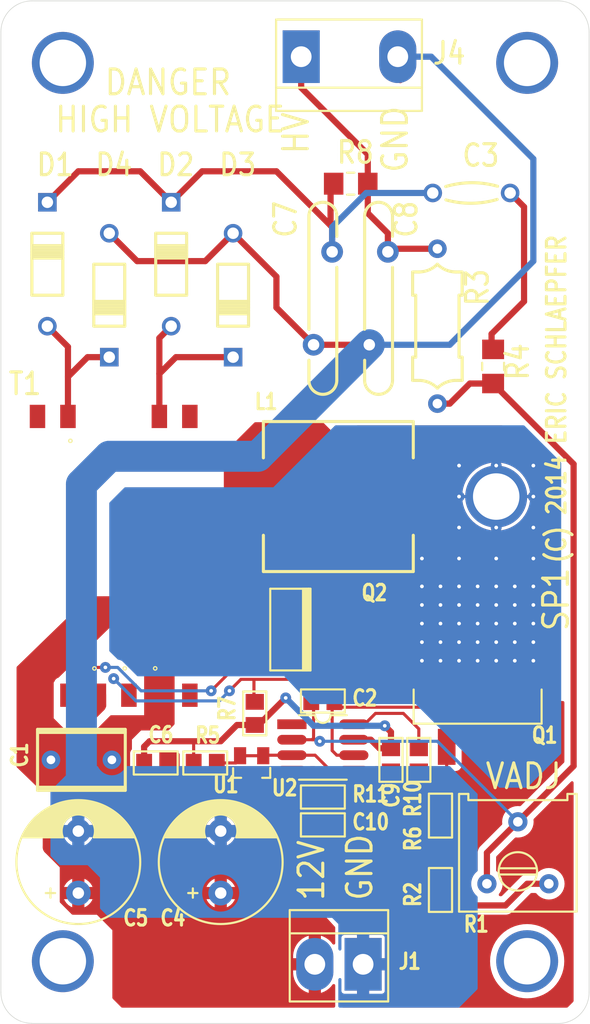
<source format=kicad_pcb>
(kicad_pcb
	(version 20240108)
	(generator "pcbnew")
	(generator_version "8.0")
	(general
		(thickness 1.6)
		(legacy_teardrops no)
	)
	(paper "A4")
	(layers
		(0 "F.Cu" signal "Top Layer")
		(31 "B.Cu" signal "Bottom Layer")
		(32 "B.Adhes" user "B.Adhesive")
		(33 "F.Adhes" user "F.Adhesive")
		(34 "B.Paste" user "Bottom Paste")
		(35 "F.Paste" user "Top Paste")
		(36 "B.SilkS" user "Bottom Overlay")
		(37 "F.SilkS" user "Top Overlay")
		(38 "B.Mask" user "Bottom Solder")
		(39 "F.Mask" user "Top Solder")
		(40 "Dwgs.User" user "Mechanical 10")
		(41 "Cmts.User" user "User.Comments")
		(42 "Eco1.User" user "User.Eco1")
		(43 "Eco2.User" user "Mechanical 11")
		(44 "Edge.Cuts" user)
		(45 "Margin" user)
		(46 "B.CrtYd" user "B.Courtyard")
		(47 "F.CrtYd" user "F.Courtyard")
		(48 "B.Fab" user "Mechanical 13")
		(49 "F.Fab" user "Mechanical 12")
		(50 "User.1" user "Mechanical 1")
		(51 "User.2" user "Mechanical 2")
		(52 "User.3" user "Mechanical 3")
		(53 "User.4" user "Mechanical 4")
		(54 "User.5" user "Mechanical 5")
		(55 "User.6" user "Mechanical 6")
		(56 "User.7" user "Mechanical 7")
		(57 "User.8" user "Mechanical 8")
		(58 "User.9" user "Mechanical 9")
	)
	(setup
		(pad_to_mask_clearance 0.1016)
		(allow_soldermask_bridges_in_footprints no)
		(aux_axis_origin 124.3711 146.901295)
		(grid_origin 124.3711 146.901295)
		(pcbplotparams
			(layerselection 0x00010fc_ffffffff)
			(plot_on_all_layers_selection 0x0000000_00000000)
			(disableapertmacros no)
			(usegerberextensions no)
			(usegerberattributes yes)
			(usegerberadvancedattributes yes)
			(creategerberjobfile yes)
			(dashed_line_dash_ratio 12.000000)
			(dashed_line_gap_ratio 3.000000)
			(svgprecision 4)
			(plotframeref no)
			(viasonmask no)
			(mode 1)
			(useauxorigin no)
			(hpglpennumber 1)
			(hpglpenspeed 20)
			(hpglpendiameter 15.000000)
			(pdf_front_fp_property_popups yes)
			(pdf_back_fp_property_popups yes)
			(dxfpolygonmode yes)
			(dxfimperialunits yes)
			(dxfusepcbnewfont yes)
			(psnegative no)
			(psa4output no)
			(plotreference yes)
			(plotvalue yes)
			(plotfptext yes)
			(plotinvisibletext no)
			(sketchpadsonfab no)
			(subtractmaskfromsilk no)
			(outputformat 1)
			(mirror no)
			(drillshape 1)
			(scaleselection 1)
			(outputdirectory "")
		)
	)
	(net 0 "")
	(net 1 "NetD2_A")
	(net 2 "NetD1_A")
	(net 3 "NetQ2_4")
	(net 4 "NetQ2_2")
	(net 5 "NetC1_2")
	(net 6 "NetC1_1")
	(net 7 "VCC")
	(net 8 "NetR1_1")
	(net 9 "NetL1_2")
	(net 10 "NetL1_1")
	(net 11 "NetC8_1")
	(net 12 "NetC3_2")
	(net 13 "NetC3_1")
	(net 14 "NetC2_2")
	(net 15 "NetC2_1")
	(net 16 "GND")
	(net 17 "NetC10_2")
	(net 18 "NetR10_1")
	(footprint "ClikGeneric.PcbLib:G_0805[2012]" (layer "F.Cu") (at 160.4391 135.979295 -90))
	(footprint "ClikThroughHole.PcbLib:DIODE400X100" (layer "F.Cu") (at 138.3411 84.671295 90))
	(footprint "ClikGeneric.PcbLib:HDR2S156" (layer "F.Cu") (at 154.0891 142.075295 -90))
	(footprint "ClikThroughHole.PcbLib:RES500X160" (layer "F.Cu") (at 160.1851 89.751295 90))
	(footprint "ClikGeneric.PcbLib:G_0805[2012]" (layer "F.Cu") (at 156.3751 125.311295 -90))
	(footprint "ClikThroughHole.PcbLib:DIODE400X100" (layer "F.Cu") (at 143.4211 87.211295 -90))
	(footprint "ClikGeneric.PcbLib:G_SOT23" (layer "F.Cu") (at 144.9451 126.073295 180))
	(footprint "ClikGeneric.PcbLib:CTX2106XX" (layer "F.Cu") (at 127.3711 120.011295))
	(footprint "ClikGeneric.PcbLib:G_0805[2012]" (layer "F.Cu") (at 141.1351 125.565295))
	(footprint "ClikGeneric.PcbLib:G_0805[2012]" (layer "F.Cu") (at 160.4391 129.883295 -90))
	(footprint "ClikThroughHole.PcbLib:DIODE400X100" (layer "F.Cu") (at 133.2611 87.211295 -90))
	(footprint "ClikGeneric.PcbLib:G_0805[2012]" (layer "F.Cu") (at 150.7871 128.359295 180))
	(footprint "ClikGeneric.PcbLib:DR124" (layer "F.Cu") (at 152.0571 103.721295 180))
	(footprint "ClikThroughHole.PcbLib:CAP400X100" (layer "F.Cu") (at 150.7871 87.465295 90))
	(footprint "ClikGeneric.PcbLib:POT_TRIM BOURNS 3386F" (layer "F.Cu") (at 166.7891 132.931295 180))
	(footprint "ClikThroughHole.PcbLib:CAP250X100" (layer "F.Cu") (at 162.9791 78.829295 180))
	(footprint "ClikGeneric.PcbLib:G_0805[2012]" (layer "F.Cu") (at 158.6611 125.311295 -90))
	(footprint "ClikThroughHole.PcbLib:CAP_R200x400" (layer "F.Cu") (at 142.4051 133.693295 90))
	(footprint "ClikThroughHole.PcbLib:CAP_R200x400" (layer "F.Cu") (at 130.7211 133.693295 90))
	(footprint "ClikGeneric.PcbLib:G_0805[2012]" (layer "F.Cu") (at 137.0711 125.565295))
	(footprint "ClikThroughHole.PcbLib:WIMAMKP2" (layer "F.Cu") (at 130.9751 125.311295))
	(footprint "ClikGeneric.PcbLib:G_TO252M[D2PAK]" (layer "F.Cu") (at 163.4871 117.945295))
	(footprint "ClikThroughHole.PcbLib:DIODE400X100" (layer "F.Cu") (at 128.1811 84.671295 90))
	(footprint "ClikGeneric.PcbLib:HDR3S156M1" (layer "F.Cu") (at 149.0091 67.653295 90))
	(footprint "ClikGeneric.PcbLib:G_0805[2012]" (layer "F.Cu") (at 150.7871 130.645295))
	(footprint "ClikGeneric.PcbLib:G_0805[2012]" (layer "F.Cu") (at 145.1991 121.501295 -90))
	(footprint "C__Data_FromLaptop_Projects_ClikPcb_ClikGeneric.PcbLib:M_MTHOLE" (layer "F.Cu") (at 129.4511 141.821295))
	(footprint "C__Data_FromLaptop_Projects_ClikPcb_ClikGeneric.PcbLib:M_MTHOLE" (layer "F.Cu") (at 167.5511 68.161295))
	(footprint "C__Data_FromLaptop_Projects_ClikPcb_ClikGeneric.PcbLib:M_MTHOLE" (layer "F.Cu") (at 165.0111 103.721295))
	(footprint "ClikThroughHole.PcbLib:CAP400X100" (layer "F.Cu") (at 155.3591 87.465295 -90))
	(footprint "C__Data_FromLaptop_Projects_ClikPcb_ClikGeneric.PcbLib:M_MTHOLE" (layer "F.Cu") (at 129.4511 68.161295))
	(footprint "ClikGeneric.PcbLib:G_0805[2012]" (layer "F.Cu") (at 150.7871 120.485295))
	(footprint "ClikGeneric.PcbLib:G_1206[3216]" (layer "F.Cu") (at 153.0731 78.067295))
	(footprint "ClikGeneric.PcbLib:G_1206[3216]" (layer "F.Cu") (at 164.7571 93.053295 90))
	(footprint "ClikGeneric.PcbLib:G_SOT223-8" (layer "F.Cu") (at 151.5491 116.929295 180))
	(footprint "C__Data_FromLaptop_Projects_ClikPcb_ClikGeneric.PcbLib:M_MTHOLE" (layer "F.Cu") (at 167.5511 141.821295))
	(footprint "ClikGeneric.PcbLib:G_SO8" (layer "F.Cu") (at 150.7871 124.295295))
	(gr_line
		(start 126.91112 146.913605)
		(end 126.9111 146.913605)
		(stroke
			(width 0.05)
			(type solid)
		)
		(layer "Edge.Cuts")
		(uuid "0935e6d1-cc1e-44ca-adc5-f554332bf9b5")
	)
	(gr_line
		(start 126.91113 146.925905)
		(end 126.91112 146.913605)
		(stroke
			(width 0.05)
			(type solid)
		)
		(layer "Edge.Cuts")
		(uuid "0b92bdbc-4d86-44e4-94a9-608821374a5b")
	)
	(gr_line
		(start 172.6311 144.361295)
		(end 172.6311 144.385905)
		(stroke
			(width 0.05)
			(type solid)
		)
		(layer "Edge.Cuts")
		(uuid "51c49acf-94c6-40d2-b385-5027e63483ee")
	)
	(gr_arc
		(start 126.9111 146.913605)
		(mid 125.115045 146.169657)
		(end 124.3711 144.373605)
		(stroke
			(width 0.05)
			(type solid)
		)
		(layer "Edge.Cuts")
		(uuid "56d7df13-835a-4785-94de-7f636eb657d4")
	)
	(gr_arc
		(start 124.3711 65.621295)
		(mid 125.115049 63.825244)
		(end 126.9111 63.081295)
		(stroke
			(width 0.05)
			(type solid)
		)
		(layer "Edge.Cuts")
		(uuid "71da411d-c616-4487-b010-a11b4d7420b1")
	)
	(gr_line
		(start 124.3711 144.361295)
		(end 124.3711 65.621295)
		(stroke
			(width 0.05)
			(type solid)
		)
		(layer "Edge.Cuts")
		(uuid "7261dba4-ffc4-4205-ab58-15b6e95d6299")
	)
	(gr_line
		(start 170.0911 146.925905)
		(end 126.91113 146.925905)
		(stroke
			(width 0.05)
			(type solid)
		)
		(layer "Edge.Cuts")
		(uuid "a385bfdc-2342-4e37-9a8e-050115153892")
	)
	(gr_line
		(start 124.3711 144.373605)
		(end 124.3711 144.361295)
		(stroke
			(width 0.05)
			(type solid)
		)
		(layer "Edge.Cuts")
		(uuid "b1cbcd75-fcf8-4fc1-b65d-2829cded2be5")
	)
	(gr_line
		(start 172.6311 65.621295)
		(end 172.6311 144.361295)
		(stroke
			(width 0.05)
			(type solid)
		)
		(layer "Edge.Cuts")
		(uuid "b2926c4c-d6c3-448c-8be8-873fb0cf38d7")
	)
	(gr_arc
		(start 170.0911 63.081295)
		(mid 171.887151 63.825244)
		(end 172.6311 65.621295)
		(stroke
			(width 0.05)
			(type solid)
		)
		(layer "Edge.Cuts")
		(uuid "b6990805-acc7-439d-a756-6104e306b2bc")
	)
	(gr_line
		(start 126.9111 63.081295)
		(end 170.0911 63.081295)
		(stroke
			(width 0.05)
			(type solid)
		)
		(layer "Edge.Cuts")
		(uuid "ec861dd8-82b8-43d0-b6d7-bd6b6d81740d")
	)
	(gr_arc
		(start 172.6311 144.385905)
		(mid 171.887148 146.18195)
		(end 170.0911 146.925905)
		(stroke
			(width 0.05)
			(type solid)
		)
		(layer "Edge.Cuts")
		(uuid "f71242bb-6db4-4c8f-bef6-ddcac8a28da6")
	)
	(gr_text "GND"
		(at 155.0035 136.995295 90)
		(layer "F.SilkS")
		(uuid "13566e3d-f1aa-4fa8-ad6e-0ab206fe3667")
		(effects
			(font
				(size 2.032 1.778)
				(thickness 0.254)
			)
			(justify left bottom)
		)
	)
	(gr_text "HV"
		(at 149.7711 75.781295 90)
		(layer "F.SilkS")
		(uuid "23978d6c-ef60-449a-910b-6ade442e6db3")
		(effects
			(font
				(size 2.032 1.778)
				(thickness 0.254)
			)
			(justify left bottom)
		)
	)
	(gr_text "(C) 2014 ERIC SCHLAEPFER"
		(at 170.8531 109.309295 90)
		(layer "F.SilkS")
		(uuid "60a93f18-3059-438d-90f1-985e84cce460")
		(effects
			(font
				(size 1.524 1.27)
				(thickness 0.254)
			)
			(justify left bottom)
		)
	)
	(gr_text "VADJ"
		(at 163.9951 127.851295 360)
		(layer "F.SilkS")
		(uuid "8a31aa9c-2c41-4ddf-9f1f-3abae733de24")
		(effects
			(font
				(size 2.032 1.778)
				(thickness 0.254)
			)
			(justify left bottom)
		)
	)
	(gr_text "DANGER"
		(at 132.7531 70.955295 360)
		(layer "F.SilkS")
		(uuid "a9f979ef-2844-4cb1-9684-720704073560")
		(effects
			(font
				(size 2.032 1.778)
				(thickness 0.254)
			)
			(justify left bottom)
		)
	)
	(gr_text "SP1"
		(at 171.1071 114.897295 90)
		(layer "F.SilkS")
		(uuid "ca310e8c-2258-4f80-b0b5-50c72fa420bb")
		(effects
			(font
				(size 2.032 1.778)
				(thickness 0.254)
			)
			(justify left bottom)
		)
	)
	(gr_text "HIGH VOLTAGE"
		(at 128.6891 74.003295 360)
		(layer "F.SilkS")
		(uuid "dc37c58b-4f14-4eb1-99e7-93e08406295c")
		(effects
			(font
				(size 2.032 1.778)
				(thickness 0.254)
			)
			(justify left bottom)
		)
	)
	(gr_text "GND"
		(at 157.8991 77.305295 90)
		(layer "F.SilkS")
		(uuid "ecaa1c76-577d-4960-aa1f-740dad5e62b6")
		(effects
			(font
				(size 2.032 1.778)
				(thickness 0.254)
			)
			(justify left bottom)
		)
	)
	(gr_text "12V"
		(at 151.0411 136.995295 90)
		(layer "F.SilkS")
		(uuid "fa6d5d13-bb71-40eb-ae9a-df60fbfc8836")
		(effects
			(font
				(size 2.032 1.778)
				(thickness 0.254)
			)
			(justify left bottom)
		)
	)
	(segment
		(start 138.3411 89.751295)
		(end 137.3711 90.721295)
		(width 0.508)
		(layer "F.Cu")
		(net 1)
		(uuid "48a24ecb-dc19-4296-ba1a-377a05562476")
	)
	(segment
		(start 137.3711 93.651295)
		(end 137.3711 97.151295)
		(width 0.508)
		(layer "F.Cu")
		(net 1)
		(uuid "644476a2-2a94-4fd2-bd4b-5df4bea6dfc1")
	)
	(segment
		(start 137.3711 90.721295)
		(end 137.3711 93.651295)
		(width 0.508)
		(layer "F.Cu")
		(net 1)
		(uuid "680c762b-1f3f-45c1-bfd9-9bf4da8a292c")
	)
	(segment
		(start 138.7311 92.291295)
		(end 137.3711 93.651295)
		(width 0.508)
		(layer "F.Cu")
		(net 1)
		(uuid "8626bd04-8361-4bcd-b240-994fa7f88216")
	)
	(segment
		(start 143.4211 92.291295)
		(end 138.7311 92.291295)
		(width 0.508)
		(layer "F.Cu")
		(net 1)
		(uuid "92eb7d5e-6ded-4c74-a41e-bada4d515ba1")
	)
	(segment
		(start 138.3411 89.751295)
		(end 138.5951 90.005295)
		(width 0.508)
		(layer "F.Cu")
		(net 1)
		(uuid "c22f652e-9dc2-468d-b2bf-2a9f1732af4a")
	)
	(segment
		(start 129.8711 91.441295)
		(end 129.8711 93.903295)
		(width 0.508)
		(layer "F.Cu")
		(net 2)
		(uuid "2350ca73-3740-411c-8b03-0587933eaae2")
	)
	(segment
		(start 129.8711 93.903295)
		(end 129.8711 97.151295)
		(width 0.508)
		(layer "F.Cu")
		(net 2)
		(uuid "36e52e4e-714b-419e-90d6-c5a793a48939")
	)
	(segment
		(start 131.4831 92.291295)
		(end 133.2611 92.291295)
		(width 0.508)
		(layer "F.Cu")
		(net 2)
		(uuid "388b7404-4d37-47f5-a34b-a167ef2d1b65")
	)
	(segment
		(start 128.1811 89.751295)
		(end 129.8711 91.441295)
		(width 0.508)
		(layer "F.Cu")
		(net 2)
		(uuid "9a59a5f4-2eca-4f8e-a56e-7aa0701134ef")
	)
	(segment
		(start 131.4831 92.291295)
		(end 129.8711 93.903295)
		(width 0.508)
		(layer "F.Cu")
		(net 2)
		(uuid "f7fcbaa1-6821-4c06-8a79-e9bc629f9a91")
	)
	(segment
		(start 133.6211 118.651295)
		(end 134.8711 119.901295)
		(width 0.254)
		(layer "F.Cu")
		(net 3)
		(uuid "06742097-3c9c-4993-9d8b-11e3f8425ffa")
	)
	(segment
		(start 151.5491 112.357295)
		(end 153.0731 112.357295)
		(width 0.254)
		(layer "F.Cu")
		(net 3)
		(uuid "59f841d7-01ac-43f1-9e05-bd9d33c69f70")
	)
	(segment
		(start 144.0651 118.707295)
		(end 145.1331 118.707295)
		(width 0.254)
		(layer "F.Cu")
		(net 3)
		(uuid "6482e66a-dc99-4c7b-b591-b17bb4af9248")
	)
	(segment
		(start 154.3431 117.945295)
		(end 154.3431 113.627295)
		(width 0.254)
		(layer "F.Cu")
		(net 3)
		(uuid "809219ad-2821-4155-b00a-c20fd35a20b4")
	)
	(segment
		(start 153.0731 112.357295)
		(end 154.3431 113.627295)
		(width 0.254)
		(layer "F.Cu")
		(net 3)
		(uuid "812189a7-4f32-44c9-b0da-ad52a38f1ca2")
	)
	(segment
		(start 145.1331 120.231295)
		(end 145.1331 118.707295)
		(width 0.254)
		(layer "F.Cu")
		(net 3)
		(uuid "9d32bd30-7b70-4fd5-86f8-f7eaa8227138")
	)
	(segment
		(start 145.1331 118.707295)
		(end 153.5811 118.707295)
		(width 0.254)
		(layer "F.Cu")
		(net 3)
		(uuid "a6a596c3-e99a-4344-b2e8-a38141680083")
	)
	(segment
		(start 143.1211 119.651295)
		(end 144.0651 118.707295)
		(width 0.254)
		(layer "F.Cu")
		(net 3)
		(uuid "aaf0a35f-b76d-4a70-aac2-5106fc01b823")
	)
	(segment
		(start 134.8711 119.901295)
		(end 134.8711 120.011295)
		(width 0.254)
		(layer "F.Cu")
		(net 3)
		(uuid "bcc804c7-36a9-4b1c-a487-e7c669203613")
	)
	(segment
		(start 153.5811 118.707295)
		(end 154.3431 117.945295)
		(width 0.254)
		(layer "F.Cu")
		(net 3)
		(uuid "d7a0ce39-d7df-4c56-b542-1ab8eb9d381d")
	)
	(via
		(at 143.1211 119.651295)
		(size 0.889)
		(drill 0.3048)
		(layers "F.Cu" "B.Cu")
		(net 3)
		(uuid "27e54d6d-19d9-4611-94b7-30b93f375076")
	)
	(via
		(at 133.6211 118.651295)
		(size 0.889)
		(drill 0.3048)
		(layers "F.Cu" "B.Cu")
		(net 3)
		(uuid "d0d1ac26-797b-41e2-9034-4a5aca551e40")
	)
	(segment
		(start 143.1211 119.651295)
		(end 142.2956 120.476795)
		(width 0.254)
		(layer "B.Cu")
		(net 3)
		(uuid "46631762-d3f7-49a8-a787-8064874801f5")
	)
	(segment
		(start 135.4466 120.476795)
		(end 133.6211 118.651295)
		(width 0.254)
		(layer "B.Cu")
		(net 3)
		(uuid "7dd15675-7633-4e72-88a3-94c23948f869")
	)
	(segment
		(start 142.2956 120.476795)
		(end 135.4466 120.476795)
		(width 0.254)
		(layer "B.Cu")
		(net 3)
		(uuid "f89d1f4c-ba35-4177-ac76-8d06ce5c7ce3")
	)
	(segment
		(start 153.8351 115.913295)
		(end 153.8351 117.691295)
		(width 0.254)
		(layer "F.Cu")
		(net 4)
		(uuid "106a15f5-706a-4b6c-a406-73617f496ec9")
	)
	(segment
		(start 153.8351 117.691295)
		(end 153.3271 118.199295)
		(width 0.254)
		(layer "F.Cu")
		(net 4)
		(uuid "15178d61-4ea4-4563-a0b7-eeb74f89bf04")
	)
	(segment
		(start 151.5491 115.405295)
		(end 153.3271 115.405295)
		(width 0.254)
		(layer "F.Cu")
		(net 4)
		(uuid "2a4311c2-de56-4efe-bb49-f76e304ae762")
	)
	(segment
		(start 132.9436 117.730727)
		(end 131.041668 117.730727)
		(width 0.254)
		(layer "F.Cu")
		(net 4)
		(uuid "7e72e6d2-1d84-45cc-84c7-59d57c28fa77")
	)
	(segment
		(start 129.8711 118.901295)
		(end 129.8711 120.011295)
		(width 0.254)
		(layer "F.Cu")
		(net 4)
		(uuid "81be3b4a-fdbc-44f2-a6f7-649a2d91d24c")
	)
	(segment
		(start 153.3271 115.405295)
		(end 153.8351 115.913295)
		(width 0.254)
		(layer "F.Cu")
		(net 4)
		(uuid "8db00320-6647-43b6-bcbd-4773c2ee72a8")
	)
	(segment
		(start 153.3271 118.199295)
		(end 143.0731 118.199295)
		(width 0.254)
		(layer "F.Cu")
		(net 4)
		(uuid "bd5ca9b2-c2a2-457e-a206-0f075a8ce1ca")
	)
	(segment
		(start 131.041668 117.730727)
		(end 129.8711 118.901295)
		(width 0.254)
		(layer "F.Cu")
		(net 4)
		(uuid "cda95a68-2a02-4d74-8309-0123050ccb2d")
	)
	(segment
		(start 143.0731 118.199295)
		(end 141.6211 119.651295)
		(width 0.254)
		(layer "F.Cu")
		(net 4)
		(uuid "f301a247-b1a7-436e-802e-74755f908025")
	)
	(via
		(at 132.9436 117.730727)
		(size 0.889)
		(drill 0.3048)
		(layers "F.Cu" "B.Cu")
		(net 4)
		(uuid "12583868-28ac-47ca-a4b5-677800e3db71")
	)
	(via
		(at 141.6211 119.651295)
		(size 0.889)
		(drill 0.3048)
		(layers "F.Cu" "B.Cu")
		(net 4)
		(uuid "afcc4ad3-548c-436e-8929-11d2929b6b2b")
	)
	(segment
		(start 132.9436 117.730727)
		(end 133.950532 117.730727)
		(width 0.254)
		(layer "B.Cu")
		(net 4)
		(uuid "08a6f2db-5c47-4c3a-8e14-cedc2dc33188")
	)
	(segment
		(start 135.8711 119.651295)
		(end 141.6211 119.651295)
		(width 0.254)
		(layer "B.Cu")
		(net 4)
		(uuid "3d45ac7d-6740-4477-928b-038ccd8a5538")
	)
	(segment
		(start 133.950532 117.730727)
		(end 135.8711 119.651295)
		(width 0.254)
		(layer "B.Cu")
		(net 4)
		(uuid "7cc64566-f7c9-4233-a28a-33bd9aecdade")
	)
	(segment
		(start 136.5631 123.787295)
		(end 142.4051 123.787295)
		(width 0.508)
		(layer "F.Cu")
		(net 7)
		(uuid "13ed457c-01be-4bca-a2da-c3e5c1279b5f")
	)
	(segment
		(start 130.9751 127.597295)
		(end 128.4351 130.137295)
		(width 1.27)
		(layer "F.Cu")
		(net 7)
		(uuid "1798106e-7ece-47a4-be81-3e80914beebc")
	)
	(segment
		(start 128.4351 132.465295)
		(end 129.6631 133.693295)
		(width 1.27)
		(layer "F.Cu")
		(net 7)
		(uuid "1ce26d66-ed52-4bb4-8c1c-5e686864c3a7")
	)
	(segment
		(start 155.8671 122.517295)
		(end 156.3751 123.025295)
		(width 0.508)
		(layer "F.Cu")
		(net 7)
		(uuid "1e766ffc-edd3-40e8-83bf-b9dc2fee0ca5")
	)
	(segment
		(start 145.7731 122.197295)
		(end 147.7391 120.231295)
		(width 0.508)
		(layer "F.Cu")
		(net 7)
		(uuid "1f7836f0-763c-46ee-9223-87d016962f16")
	)
	(segment
		(start 154.7241 123.660295)
		(end 155.4251 124.361295)
		(width 0.508)
		(layer "F.Cu")
		(net 7)
		(uuid "30509645-afbd-492c-bc75-acc8d4ea095a")
	)
	(segment
		(start 136.1211 124.229295)
		(end 136.5631 123.787295)
		(width 0.508)
		(layer "F.Cu")
		(net 7)
		(uuid "488a6a4a-bca7-4a57-8915-dcdc9d0e21cb")
	)
	(segment
		(start 132.4991 129.121295)
		(end 135.5471 129.121295)
		(width 1.016)
		(layer "F.Cu")
		(net 7)
		(uuid "4914d7ad-db88-4082-992d-59dd384f364b")
	)
	(segment
		(start 153.3271 123.660295)
		(end 154.7241 123.660295)
		(width 0.508)
		(layer "F.Cu")
		(net 7)
		(uuid "512b8864-4098-45cd-8cc7-899b6289490b")
	)
	(segment
		(start 128.4351 130.137295)
		(end 128.4351 132.465295)
		(width 1.27)
		(layer "F.Cu")
		(net 7)
		(uuid "68ba2b14-d3d6-4124-b9d5-dae215a2e227")
	)
	(segment
		(start 136.1211 128.547295)
		(end 136.1211 125.565295)
		(width 1.016)
		(layer "F.Cu")
		(net 7)
		(uuid "960b588a-6704-4748-af53-57b0616e275b")
	)
	(segment
		(start 155.4251 124.361295)
		(end 156.3751 124.361295)
		(width 0.508)
		(layer "F.Cu")
		(net 7)
		(uuid "9758ae4f-cf7a-4159-bde1-fb77531cbc45")
	)
	(segment
		(start 142.4051 123.787295)
		(end 143.7411 122.451295)
		(width 0.508)
		(layer "F.Cu")
		(net 7)
		(uuid "9a20a8cd-f494-41a1-a418-b9e8565c08a1")
	)
	(segment
		(start 129.6631 133.693295)
		(end 130.7211 133.693295)
		(width 1.27)
		(layer "F.Cu")
		(net 7)
		(uuid "9c01065a-e644-4508-bfd2-f49680a86b5b")
	)
	(segment
		(start 130.9751 122.199795)
		(end 132.3711 120.803795)
		(width 1.27)
		(layer "F.Cu")
		(net 7)
		(uuid "9caf31c4-0261-4370-bffc-793b13e7c4ea")
	)
	(segment
		(start 143.7411 122.451295)
		(end 145.1991 122.451295)
		(width 0.508)
		(layer "F.Cu")
		(net 7)
		(uuid "9ecc1592-d14e-419a-8eaa-5341507f124a")
	)
	(segment
		(start 132.3711 120.803795)
		(end 132.3711 120.011295)
		(width 1.27)
		(layer "F.Cu")
		(net 7)
		(uuid "a72d70b1-7b7a-4261-8fea-9c9bee1f431c")
	)
	(segment
		(start 140.1851 125.565295)
		(end 140.1851 123.853295)
		(width 0.254)
		(layer "F.Cu")
		(net 7)
		(uuid "bc2092b7-93ae-4072-b4b2-53fd3440bf06")
	)
	(segment
		(start 136.1211 125.565295)
		(end 136.1211 124.229295)
		(width 0.508)
		(layer "F.Cu")
		(net 7)
		(uuid "bed70b12-8f95-44c1-ab2b-75f196887c39")
	)
	(segment
		(start 135.5471 129.121295)
		(end 136.1211 128.547295)
		(width 1.016)
		(layer "F.Cu")
		(net 7)
		(uuid "c240a7a0-d14d-47e8-84b2-ae853d408143")
	)
	(segment
		(start 130.9751 127.597295)
		(end 130.9751 122.199795)
		(width 1.27)
		(layer "F.Cu")
		(net 7)
		(uuid "c30163ae-ad15-4227-97b2-a44b6ab4b748")
	)
	(segment
		(start 130.9751 127.597295)
		(end 132.4991 129.121295)
		(width 1.016)
		(layer "F.Cu")
		(net 7)
		(uuid "c8d2328a-065e-41c5-811c-44a9a3c05b47")
	)
	(segment
		(start 156.3751 124.361295)
		(end 156.3751 123.025295)
		(width 0.508)
		(layer "F.Cu")
		(net 7)
		(uuid "dbfc8744-55be-4c29-9011-319bb2af7df3")
	)
	(via
		(at 147.7391 120.231295)
		(size 0.889)
		(drill 0.3048)
		(layers "F.Cu" "B.Cu")
		(net 7)
		(uuid "e2bba3e5-d269-4145-9b66-4e02773696f0")
	)
	(via
		(at 155.8671 122.517295)
		(size 0.889)
		(drill 0.3048)
		(layers "F.Cu" "B.Cu")
		(net 7)
		(uuid "ef01bbfe-dbef-4f48-a265-389dcd0cc0ea")
	)
	(segment
		(start 150.0251 122.517295)
		(end 155.8671 122.517295)
		(width 0.508)
		(layer "B.Cu")
		(net 7)
		(uuid "acc66a57-19de-4921-a30f-23f7aa380d2a")
	)
	(segment
		(start 147.7391 120.231295)
		(end 150.0251 122.517295)
		(width 0.508)
		(layer "B.Cu")
		(net 7)
		(uuid "cc7d8999-06b7-49ff-a645-2ff571f1fee6")
	)
	(segment
		(start 160.4391 136.929295)
		(end 161.8711 136.929295)
		(width 0.508)
		(layer "F.Cu")
		(net 8)
		(uuid "088c083f-f58c-4ce1-9d48-39a6d55eec23")
	)
	(segment
		(start 161.8711 136.929295)
		(end 162.1911 137.249295)
		(width 0.508)
		(layer "F.Cu")
		(net 8)
		(uuid "7f991a52-d100-4665-8d08-89e8ab2a13f3")
	)
	(segment
		(start 165.7731 137.249295)
		(end 167.5511 135.471295)
		(width 0.508)
		(layer "F.Cu")
		(net 8)
		(uuid "99d7416a-c5e0-4150-aac5-85c6292a7f95")
	)
	(segment
		(start 167.5511 135.471295)
		(end 169.3291 135.471295)
		(width 0.508)
		(layer "F.Cu")
		(net 8)
		(uuid "c31b4bdf-6dac-4477-891d-65a494c4cdce")
	)
	(segment
		(start 162.1911 137.249295)
		(end 165.7731 137.249295)
		(width 0.508)
		(layer "F.Cu")
		(net 8)
		(uuid "fe723b72-0589-4c40-baca-ef024942fa23")
	)
	(via
		(at 168.0591 117.183295)
		(size 0.889)
		(drill 0.3048)
		(layers "F.Cu" "B.Cu")
		(net 10)
		(uuid "12df42f6-098b-447f-a53a-c26cc9bcd474")
	)
	(via
		(at 165.0111 117.183295)
		(size 0.889)
		(drill 0.3048)
		(layers "F.Cu" "B.Cu")
		(net 10)
		(uuid "19a8fe43-cfab-4a0d-b56a-23bf12e0a552")
	)
	(via
		(at 161.9631 108.801295)
		(size 0.889)
		(drill 0.3048)
		(layers "F.Cu" "B.Cu")
		(net 10)
		(uuid "19d611e0-0e13-41a2-958b-f956dcdd08cc")
	)
	(via
		(at 168.0591 103.721295)
		(size 0.889)
		(drill 0.3048)
		(layers "F.Cu" "B.Cu")
		(net 10)
		(uuid "2747f9f3-e20e-485c-88ce-b6834d7532b4")
	)
	(via
		(at 160.4391 115.659295)
		(size 0.889)
		(drill 0.3048)
		(layers "F.Cu" "B.Cu")
		(net 10)
		(uuid "2893d507-df9d-4d91-8baf-4a5d341b983b")
	)
	(via
		(at 160.4391 114.135295)
		(size 0.889)
		(drill 0.3048)
		(layers "F.Cu" "B.Cu")
		(net 10)
		(uuid "2a6af13a-def2-4f38-a36d-ec8e64cfaeb4")
	)
	(via
		(at 165.0111 106.261295)
		(size 0.889)
		(drill 0.3048)
		(layers "F.Cu" "B.Cu")
		(net 10)
		(uuid "2e267a24-09fc-4cf2-90d3-5680ed3d0adb")
	)
	(via
		(at 168.0591 114.135295)
		(size 0.889)
		(drill 0.3048)
		(layers "F.Cu" "B.Cu")
		(net 10)
		(uuid "36f552a3-2833-4a3c-9707-315d3f09cfec")
	)
	(via
		(at 168.0591 108.801295)
		(size 0.889)
		(drill 0.3048)
		(layers "F.Cu" "B.Cu")
		(net 10)
		(uuid "3b56fe90-2f95-431c-87b0-2a1408e4c3b1")
	)
	(via
		(at 166.5351 112.611295)
		(size 0.889)
		(drill 0.3048)
		(layers "F.Cu" "B.Cu")
		(net 10)
		(uuid "4602f18a-2444-4d07-b014-068440c0c1b3")
	)
	(via
		(at 161.9631 115.659295)
		(size 0.889)
		(drill 0.3048)
		(layers "F.Cu" "B.Cu")
		(net 10)
		(uuid "473b79c6-5a2b-4780-81dd-3df4e7565614")
	)
	(via
		(at 158.9151 115.659295)
		(size 0.889)
		(drill 0.3048)
		(layers "F.Cu" "B.Cu")
		(net 10)
		(uuid "47d538a5-125a-4136-bb92-d3455b146571")
	)
	(via
		(at 166.5351 111.087295)
		(size 0.889)
		(drill 0.3048)
		(layers "F.Cu" "B.Cu")
		(net 10)
		(uuid "497790b9-9d84-4bde-a82a-672dfc125a11")
	)
	(via
		(at 158.9151 108.801295)
		(size 0.889)
		(drill 0.3048)
		(layers "F.Cu" "B.Cu")
		(net 10)
		(uuid "4a45fc54-9bb9-4f72-af96-267c9628e3f1")
	)
	(via
		(at 161.9631 114.135295)
		(size 0.889)
		(drill 0.3048)
		(layers "F.Cu" "B.Cu")
		(net 10)
		(uuid "4aea79f8-0b08-4582-b679-7420930e27f8")
	)
	(via
		(at 163.4871 114.135295)
		(size 0.889)
		(drill 0.3048)
		(layers "F.Cu" "B.Cu")
		(net 10)
		(uuid "51715040-abea-4bb3-9c07-c955b82b1fd8")
	)
	(via
		(at 158.9151 111.087295)
		(size 0.889)
		(drill 0.3048)
		(layers "F.Cu" "B.Cu")
		(net 10)
		(uuid "611f0c8c-d99f-4319-9432-68f00e110993")
	)
	(via
		(at 161.9631 112.611295)
		(size 0.889)
		(drill 0.3048)
		(layers "F.Cu" "B.Cu")
		(net 10)
		(uuid "65da923a-c3ee-4af0-a5b5-bfca4861fdf1")
	)
	(via
		(at 161.9631 103.721295)
		(size 0.889)
		(drill 0.3048)
		(layers "F.Cu" "B.Cu")
		(net 10)
		(uuid "7a08de63-634a-4113-be42-6e3164536121")
	)
	(via
		(at 165.0111 111.087295)
		(size 0.889)
		(drill 0.3048)
		(layers "F.Cu" "B.Cu")
		(net 10)
		(uuid "7de90c3f-a786-4e72-8bdf-b55179b0cdd5")
	)
	(via
		(at 165.0111 115.659295)
		(size 0.889)
		(drill 0.3048)
		(layers "F.Cu" "B.Cu")
		(net 10)
		(uuid "825cf32e-08ef-44f5-9193-418f7aa63175")
	)
	(via
		(at 161.9631 101.181295)
		(size 0.889)
		(drill 0.3048)
		(layers "F.Cu" "B.Cu")
		(net 10)
		(uuid "853e4ee3-99ae-4f2b-a084-d2763fc06f58")
	)
	(via
		(at 168.0591 111.087295)
		(size 0.889)
		(drill 0.3048)
		(layers "F.Cu" "B.Cu")
		(net 10)
		(uuid "85cddaf5-dcd6-4600-ba07-0825ab638cc4")
	)
	(via
		(at 165.0111 108.801295)
		(size 0.889)
		(drill 0.3048)
		(layers "F.Cu" "B.Cu")
		(net 10)
		(uuid "87973d59-9c1a-4e01-bf43-c4ab71ab646c")
	)
	(via
		(at 168.0591 101.181295)
		(size 0.889)
		(drill 0.3048)
		(layers "F.Cu" "B.Cu")
		(net 10)
		(uuid "8a8952b9-478a-4b39-b026-31b93c8fa5c4")
	)
	(via
		(at 160.4391 117.183295)
		(size 0.889)
		(drill 0.3048)
		(layers "F.Cu" "B.Cu")
		(net 10)
		(uuid "8a8b28d1-67d7-4f00-8221-5ee1547082e8")
	)
	(via
		(at 168.0591 112.611295)
		(size 0.889)
		(drill 0.3048)
		(layers "F.Cu" "B.Cu")
		(net 10)
		(uuid "8d4c8420-3cf2-4a0b-8bd8-6d7de6a1c7ee")
	)
	(via
		(at 166.5351 115.659295)
		(size 0.889)
		(drill 0.3048)
		(layers "F.Cu" "B.Cu")
		(net 10)
		(uuid "8de7245f-1377-473d-ab68-1687189a3848")
	)
	(via
		(at 160.4391 112.611295)
		(size 0.889)
		(drill 0.3048)
		(layers "F.Cu" "B.Cu")
		(net 10)
		(uuid "8ed12165-7431-4ef7-909d-c42692d46683")
	)
	(via
		(at 158.9151 117.183295)
		(size 0.889)
		(drill 0.3048)
		(layers "F.Cu" "B.Cu")
		(net 10)
		(uuid "9cd5a3fb-232f-4f1a-bc5d-486d3596f995")
	)
	(via
		(at 163.4871 111.087295)
		(size 0.889)
		(drill 0.3048)
		(layers "F.Cu" "B.Cu")
		(net 10)
		(uuid "a4219bd3-b59b-471f-b62c-7d8554e2ecce")
	)
	(via
		(at 161.9631 106.261295)
		(size 0.889)
		(drill 0.3048)
		(layers "F.Cu" "B.Cu")
		(net 10)
		(uuid "a4575589-87fd-4189-abb9-94716f6d40ef")
	)
	(via
		(at 165.0111 112.611295)
		(size 0.889)
		(drill 0.3048)
		(layers "F.Cu" "B.Cu")
		(net 10)
		(uuid "afaee2d9-bdf2-4780-8bd0-89f24a741059")
	)
	(via
		(at 163.4871 112.611295)
		(size 0.889)
		(drill 0.3048)
		(layers "F.Cu" "B.Cu")
		(net 10)
		(uuid "ba23cfc0-b5d3-4852-af36-96a43b2113c1")
	)
	(via
		(at 163.4871 117.183295)
		(size 0.889)
		(drill 0.3048)
		(layers "F.Cu" "B.Cu")
		(net 10)
		(uuid "ba2d8d59-c2a2-4dae-9e5d-a35aa9e1ae5a")
	)
	(via
		(at 165.0111 114.135295)
		(size 0.889)
		(drill 0.3048)
		(layers "F.Cu" "B.Cu")
		(net 10)
		(uuid "bcd6f806-fdea-4635-8fe3-31962b813dbb")
	)
	(via
		(at 158.9151 112.611295)
		(size 0.889)
		(drill 0.3048)
		(layers "F.Cu" "B.Cu")
		(net 10)
		(uuid "bf8118e3-1fd5-47da-92e5-beae639e2195")
	)
	(via
		(at 168.0591 106.261295)
		(size 0.889)
		(drill 0.3048)
		(layers "F.Cu" "B.Cu")
		(net 10)
		(uuid "c84fcdb0-7703-487f-b6ea-f70b3e12d489")
	)
	(via
		(at 161.9631 117.183295)
		(size 0.889)
		(drill 0.3048)
		(layers "F.Cu" "B.Cu")
		(net 10)
		(uuid "cf10f2a4-39b2-4b09-b99e-4fda6e33c9dc")
	)
	(via
		(at 168.0591 115.659295)
		(size 0.889)
		(drill 0.3048)
		(layers "F.Cu" "B.Cu")
		(net 10)
		(uuid "d552e1e4-b3ea-4399-9f9c-b1e064eb0c08")
	)
	(via
		(at 158.9151 114.135295)
		(size 0.889)
		(drill 0.3048)
		(layers "F.Cu" "B.Cu")
		(net 10)
		(uuid "d85794e8-7fe2-4cc7-b1ab-85fa5b69288e")
	)
	(via
		(at 163.4871 115.659295)
		(size 0.889)
		(drill 0.3048)
		(layers "F.Cu" "B.Cu")
		(net 10)
		(uuid "d85a5280-5fec-4484-9817-e0166d78d34d")
	)
	(via
		(at 160.4391 111.087295)
		(size 0.889)
		(drill 0.3048)
		(layers "F.Cu" "B.Cu")
		(net 10)
		(uuid "e4f310e3-08bd-4ce8-a3fa-f0105ca33c4a")
	)
	(via
		(at 166.5351 117.183295)
		(size 0.889)
		(drill 0.3048)
		(layers "F.Cu" "B.Cu")
		(net 10)
		(uuid "e9a25325-9783-45b1-821e-a0458ea6efaa")
	)
	(via
		(at 166.5351 114.135295)
		(size 0.889)
		(drill 0.3048)
		(layers "F.Cu" "B.Cu")
		(net 10)
		(uuid "f23314df-82a4-4598-b48a-45ff1c5661d4")
	)
	(via
		(at 161.9631 111.087295)
		(size 0.889)
		(drill 0.3048)
		(layers "F.Cu" "B.Cu")
		(net 10)
		(uuid "f3ef468e-b4eb-4fd9-b02d-cb368af33c39")
	)
	(via
		(at 165.0111 101.181295)
		(size 0.889)
		(drill 0.3048)
		(layers "F.Cu" "B.Cu")
		(net 10)
		(uuid "ff9bbbec-8c99-41ba-9b9b-c2275226ee10")
	)
	(segment
		(start 149.0091 70.193295)
		(end 154.4731 75.657295)
		(width 0.508)
		(layer "F.Cu")
		(net 11)
		(uuid "0e351cf8-8da2-4077-ad57-9b4a4e082ef2")
	)
	(segment
		(start 154.4731 80.483295)
		(end 154.4731 78.067295)
		(width 0.508)
		(layer "F.Cu")
		(net 11)
		(uuid "3da71121-ed76-4760-afeb-7aa53b0e1da2")
	)
	(segment
		(start 156.1211 83.655295)
		(end 156.1211 82.131295)
		(width 0.508)
		(layer "F.Cu")
		(net 11)
		(uuid "507548f7-0545-4b03-802f-1d41a7b1f678")
	)
	(segment
		(start 156.1211 83.655295)
		(end 156.3751 83.401295)
		(width 0.508)
		(layer "F.Cu")
		(net 11)
		(uuid "8fa7aef1-6113-4232-9425-b6547d420a00")
	)
	(segment
		(start 156.3751 83.401295)
		(end 160.1851 83.401295)
		(width 0.508)
		(layer "F.Cu")
		(net 11)
		(uuid "9ed0905a-4654-42f5-972d-3d266086ec55")
	)
	(segment
		(start 154.4731 78.067295)
		(end 154.4731 75.657295)
		(width 0.508)
		(layer "F.Cu")
		(net 11)
		(uuid "a9ff0087-4b45-436a-b375-4015ecbfa376")
	)
	(segment
		(start 149.0091 70.193295)
		(end 149.0091 67.653295)
		(width 0.508)
		(layer "F.Cu")
		(net 11)
		(uuid "d25176a7-f194-4715-8f99-11e877e81ad2")
	)
	(segment
		(start 154.4731 80.483295)
		(end 156.1211 82.131295)
		(width 0.508)
		(layer "F.Cu")
		(net 11)
		(uuid "d2dcc71e-4251-482f-81ec-b4ac40704a50")
	)
	(segment
		(start 151.4191 81.493295)
		(end 151.5491 81.623295)
		(width 0.508)
		(layer "F.Cu")
		(net 12)
		(uuid "20a42613-0d8b-469a-904c-4bfd3d83aaa0")
	)
	(segment
		(start 151.5491 83.655295)
		(end 151.5491 81.623295)
		(width 0.508)
		(layer "F.Cu")
		(net 12)
		(uuid "40ef3b75-92e9-4ead-8e18-434f637e4c28")
	)
	(segment
		(start 135.8011 77.051295)
		(end 138.3411 79.591295)
		(width 0.508)
		(layer "F.Cu")
		(net 12)
		(uuid "5fe3fcf8-60eb-4ad2-96e7-08d9c2ee43f6")
	)
	(segment
		(start 151.4191 81.493295)
		(end 151.4191 78.067295)
		(width 0.508)
		(layer "F.Cu")
		(net 12)
		(uuid "6726cc11-de58-46b7-8eb8-886c6a668588")
	)
	(segment
		(start 146.9771 77.051295)
		(end 151.4191 81.493295)
		(width 0.508)
		(layer "F.Cu")
		(net 12)
		(uuid "6daacb9a-cf1b-423a-9e97-c10cb46be4ff")
	)
	(segment
		(start 128.1811 79.591295)
		(end 130.7211 77.051295)
		(width 0.508)
		(layer "F.Cu")
		(net 12)
		(uuid "c308a50a-9f1d-455d-adf7-0e81facd7e33")
	)
	(segment
		(start 130.7211 77.051295)
		(end 135.8011 77.051295)
		(width 0.508)
		(layer "F.Cu")
		(net 12)
		(uuid "c70e21a7-99c9-4697-906c-9ed1691848be")
	)
	(segment
		(start 138.3411 79.591295)
		(end 140.8811 77.051295)
		(width 0.508)
		(layer "F.Cu")
		(net 12)
		(uuid "da1ee33f-e109-41a7-a4e0-d4f9a18ebbd9")
	)
	(segment
		(start 140.8811 77.051295)
		(end 146.9771 77.051295)
		(width 0.508)
		(layer "F.Cu")
		(net 12)
		(uuid "ec9962f9-3d0b-4794-a65c-014829b5c02d")
	)
	(segment
		(start 151.5491 83.655295)
		(end 151.5491 81.623295)
		(width 0.508)
		(layer "B.Cu")
		(net 12)
		(uuid "2b0921d5-6b27-4b44-bf24-f0766ddf4ee7")
	)
	(segment
		(start 154.3431 78.829295)
		(end 159.8041 78.829295)
		(width 0.508)
		(layer "B.Cu")
		(net 12)
		(uuid "979c4bc7-4666-4f9c-b69c-05634d21d061")
	)
	(segment
		(start 151.5491 81.623295)
		(end 154.3431 78.829295)
		(width 0.508)
		(layer "B.Cu")
		(net 12)
		(uuid "d64ced47-15c7-49f8-833c-e2b1af351381")
	)
	(segment
		(start 166.1541 78.829295)
		(end 167.2971 79.972295)
		(width 0.508)
		(layer "F.Cu")
		(net 13)
		(uuid "450f6ca9-a114-4fa8-bf48-c6dae1c540cb")
	)
	(segment
		(start 164.6301 90.386295)
		(end 167.2971 87.719295)
		(width 0.508)
		(layer "F.Cu")
		(net 13)
		(uuid "49126b06-99fd-4064-a859-aabbd64fbd59")
	)
	(segment
		(start 164.6301 91.526295)
		(end 164.6301 90.386295)
		(width 0.508)
		(layer "F.Cu")
		(net 13)
		(uuid "bce21a1a-db42-4d43-9269-ca7b67335a48")
	)
	(segment
		(start 164.6301 91.526295)
		(end 164.7571 91.653295)
		(width 0.508)
		(layer "F.Cu")
		(net 13)
		(uuid "e668d1d5-bcf0-4b32-b9b7-a91745c58bac")
	)
	(segment
		(start 167.2971 87.719295)
		(end 167.2971 79.972295)
		(width 0.508)
		(layer "F.Cu")
		(net 13)
		(uuid "f8a25a6f-dbbc-4e18-b800-d02c9242b2a6")
	)
	(segment
		(start 151.7371 120.993295)
		(end 159.4231 120.993295)
		(width 0.254)
		(layer "F.Cu")
		(net 14)
		(uuid "17380fab-a30a-4ce2-8edd-cc19f511ae57")
	)
	(segment
		(start 151.9301 124.930295)
		(end 153.3271 124.930295)
		(width 0.254)
		(layer "F.Cu")
		(net 14)
		(uuid "56c8dbde-f460-4aa9-8ad2-e62070c74aee")
	)
	(segment
		(start 151.5491 124.549295)
		(end 151.5491 120.673295)
		(width 0.254)
		(layer "F.Cu")
		(net 14)
		(uuid "6985163c-fa57-40ef-903d-9aad38f0787e")
	)
	(segment
		(start 160.9471 126.581295)
		(end 160.9471 124.245295)
		(width 0.254)
		(layer "F.Cu")
		(net 14)
		(uuid "6c1d96e9-14dd-47c2-9ddd-4a7932d43fa9")
	)
	(segment
		(start 151.5491 120.673295)
		(end 151.7371 120.485295)
		(width 0.254)
		(layer "F.Cu")
		(net 14)
		(uuid "759208e7-f8e8-4c95-ab89-d2d1b42ca55e")
	)
	(segment
		(start 160.4391 127.089295)
		(end 160.9471 126.581295)
		(width 0.254)
		(layer "F.Cu")
		(net 14)
		(uuid "7d4c39da-a416-433e-9b6c-96c5a7fb5c73")
	)
	(segment
		(start 159.4231 120.993295)
		(end 160.9471 122.517295)
		(width 0.254)
		(layer "F.Cu")
		(net 14)
		(uuid "7ffda83b-f924-4a0c-ad44-d4a31e33e4d5")
	)
	(segment
		(start 160.9471 124.245295)
		(end 160.9471 122.517295)
		(width 0.254)
		(layer "F.Cu")
		(net 14)
		(uuid "94dff4a8-1758-4a27-a9df-9ee0e1308213")
	)
	(segment
		(start 160.4391 128.933295)
		(end 160.4391 127.089295)
		(width 0.254)
		(layer "F.Cu")
		(net 14)
		(uuid "f1f057a3-88f6-487b-aa0b-d33555c8bc5a")
	)
	(segment
		(start 151.5491 124.549295)
		(end 151.9301 124.930295)
		(width 0.254)
		(layer "F.Cu")
		(net 14)
		(uuid "f5eed03f-62a7-4350-8390-757b00c7491e")
	)
	(segment
		(start 149.8981 123.660295)
		(end 150.1521 123.660295)
		(width 0.254)
		(layer "F.Cu")
		(net 15)
		(uuid "148fcc52-f7df-44f5-8010-68010654fb7f")
	)
	(segment
		(start 150.1521 123.660295)
		(end 150.2791 123.787295)
		(width 0.254)
		(layer "F.Cu")
		(net 15)
		(uuid "339f51e5-42c4-4e0e-9882-6e09c223570f")
	)
	(segment
		(start 162.8491 94.453295)
		(end 164.7571 94.453295)
		(width 0.508)
		(layer "F.Cu")
		(net 15)
		(uuid "34069ccd-ba4d-4f03-8bde-91ea767e40b8")
	)
	(segment
		(start 164.7571 94.453295)
		(end 171.3611 101.057295)
		(width 0.508)
		(layer "F.Cu")
		(net 15)
		(uuid "369165b7-dc2a-4e3f-86a9-400856447630")
	)
	(segment
		(start 150.2791 123.787295)
		(end 150.5331 123.787295)
		(width 0.254)
		(layer "F.Cu")
		(net 15)
		(uuid "3f3915aa-d992-4641-a0b8-bede9a684769")
	)
	(segment
		(start 160.1851 96.101295)
		(end 161.2011 96.101295)
		(width 0.508)
		(layer "F.Cu")
		(net 15)
		(uuid "4cd3ff86-8a45-4680-b6b1-8048f6a40529")
	)
	(segment
		(start 171.3611 125.819295)
		(end 171.3611 101.057295)
		(width 0.508)
		(layer "F.Cu")
		(net 15)
		(uuid "60d89fa8-e5e6-4506-94d3-e8390713b258")
	)
	(segment
		(start 148.2471 123.660295)
		(end 150.1521 123.660295)
		(width 0.254)
		(layer "F.Cu")
		(net 15)
		(uuid "67a3c7ea-e6f7-456b-b95a-273cc38aa24b")
	)
	(segment
		(start 161.2011 96.101295)
		(end 162.8491 94.453295)
		(width 0.508)
		(layer "F.Cu")
		(net 15)
		(uuid "6b752ed9-9205-46b8-b6bb-840933104ba8")
	)
	(segment
		(start 164.2491 135.471295)
		(end 164.2491 132.931295)
		(width 0.508)
		(layer "F.Cu")
		(net 15)
		(uuid "76080cc0-1b93-40fb-8ed9-2a455c37b350")
	)
	(segment
		(start 150.0251 123.533295)
		(end 150.0251 121.181295)
		(width 0.254)
		(layer "F.Cu")
		(net 15)
		(uuid "91fd790f-9a4d-4590-9ecd-32676d2386cd")
	)
	(segment
		(start 149.8981 123.660295)
		(end 150.0251 123.533295)
		(width 0.254)
		(layer "F.Cu")
		(net 15)
		(uuid "98f3bc71-c5a1-4a1a-98c8-11cf51c229d7")
	)
	(segment
		(start 149.8371 120.993295)
		(end 150.0251 121.181295)
		(width 0.254)
		(layer "F.Cu")
		(net 15)
		(uuid "9ae23692-bca7-4a1f-9029-5a10d8a65d49")
	)
	(segment
		(start 166.7891 130.391295)
		(end 171.3611 125.819295)
		(width 0.508)
		(layer "F.Cu")
		(net 15)
		(uuid "a84ea169-0a47-42d9-bc4c-0edda1518321")
	)
	(segment
		(start 164.2491 132.931295)
		(end 166.7891 130.391295)
		(width 0.508)
		(layer "F.Cu")
		(net 15)
		(uuid "b1df64fc-4605-4421-88ec-1e9ddac5ee21")
	)
	(segment
		(start 150.1521 123.660295)
		(end 150.2791 123.787295)
		(width 0.254)
		(layer "F.Cu")
		(net 15)
		(uuid "bef756d1-38f9-4e4d-bbcb-663528d8469a")
	)
	(via
		(at 150.5331 123.787295)
		(size 0.889)
		(drill 0.3048)
		(layers "F.Cu" "B.Cu")
		(net 15)
		(uuid "89f89aaa-6d45-40c0-9f30-75a9e7f4cdfa")
	)
	(segment
		(start 150.5331 123.787295)
		(end 160.1851 123.787295)
		(width 0.254)
		(layer "B.Cu")
		(net 15)
		(uuid "379e2a90-05ce-49db-a713-f17d48062951")
	)
	(segment
		(start 160.1851 123.787295)
		(end 166.7891 130.391295)
		(width 0.254)
		(layer "B.Cu")
		(net 15)
		(uuid "bf7acad8-f278-4e99-9d19-28fc3ba5cb2d")
	)
	(segment
		(start 143.4211 82.131295)
		(end 146.9771 85.687295)
		(width 0.508)
		(layer "F.Cu")
		(net 16)
		(uuid "08300dbc-89a2-43e0-91f8-c840fa2d8c82")
	)
	(segment
		(start 150.0251 91.275295)
		(end 154.5971 91.275295)
		(width 0.508)
		(layer "F.Cu")
		(net 16)
		(uuid "1633e793-83fd-47e1-8997-65ac8a95ee91")
	)
	(segment
		(start 157.1371 69.576345)
		(end 157.1371 67.653295)
		(width 0.508)
		(layer "F.Cu")
		(net 16)
		(uuid "422883d5-b98d-4bb0-801e-33d09ec6bfa8")
	)
	(segment
		(start 135.5471 84.417295)
		(end 141.1351 84.417295)
		(width 0.508)
		(layer "F.Cu")
		(net 16)
		(uuid "56a7ea03-f87b-45e0-b167-3547cda9ab63")
	)
	(segment
		(start 146.9771 88.227295)
		(end 146.9771 85.687295)
		(width 0.508)
		(layer "F.Cu")
		(net 16)
		(uuid "6b1b6ce4-a8f1-4cc5-bea7-9bfa1c5a03fb")
	)
	(segment
		(start 146.9771 88.227295)
		(end 150.0251 91.275295)
		(width 0.508)
		(layer "F.Cu")
		(net 16)
		(uuid "728cc86e-bdac-48b5-8e88-334b6e3e00a9")
	)
	(segment
		(start 141.1351 84.417295)
		(end 143.4211 82.131295)
		(width 0.508)
		(layer "F.Cu")
		(net 16)
		(uuid "7a55d653-2a35-410e-8d15-4ff4fb1e42bc")
	)
	(segment
		(start 133.2611 82.131295)
		(end 135.5471 84.417295)
		(width 0.508)
		(layer "F.Cu")
		(net 16)
		(uuid "89ea5cb1-3d50-4ce7-a668-5cbdb66c44aa")
	)
	(segment
		(start 130.9751 102.705295)
		(end 133.2611 100.419295)
		(width 2.54)
		(layer "B.Cu")
		(net 16)
		(uuid "074718b5-b4f3-4aa6-b74f-f665047f0465")
	)
	(segment
		(start 133.2611 100.419295)
		(end 145.4531 100.419295)
		(width 2.54)
		(layer "B.Cu")
		(net 16)
		(uuid "44bdc57d-2604-48f6-b0f5-143b0e769cb9")
	)
	(segment
		(start 145.4531 100.419295)
		(end 154.5971 91.275295)
		(width 2.54)
		(layer "B.Cu")
		(net 16)
		(uuid "501a2b11-7ffd-4b2c-9caf-6dd0c6b72c2e")
	)
	(segment
		(start 130.9751 127.343295)
		(end 130.9751 102.705295)
		(width 2.54)
		(layer "B.Cu")
		(net 16)
		(uuid "505d4721-43c1-4378-9af0-0f87d7425a28")
	)
	(segment
		(start 154.5971 91.275295)
		(end 161.2011 91.275295)
		(width 0.508)
		(layer "B.Cu")
		(net 16)
		(uuid "51ad4a39-e115-4039-a2b3-5a100952f603")
	)
	(segment
		(start 161.2011 91.275295)
		(end 168.0591 84.417295)
		(width 0.508)
		(layer "B.Cu")
		(net 16)
		(uuid "7d943e0d-fa82-448d-a288-b9198c78c256")
	)
	(segment
		(start 159.6771 67.653295)
		(end 168.0591 76.035295)
		(width 0.508)
		(layer "B.Cu")
		(net 16)
		(uuid "ae0e785e-e64d-4862-9eda-4fa134dcbd35")
	)
	(segment
		(start 168.0591 84.417295)
		(end 168.0591 76.035295)
		(width 0.508)
		(layer "B.Cu")
		(net 16)
		(uuid "aec3d1c7-bb17-4fd7-9eea-1cdaa907ffb1")
	)
	(segment
		(start 156.9339 67.653295)
		(end 159.6771 67.653295)
		(width 0.508)
		(layer "B.Cu")
		(net 16)
		(uuid "e0be6401-17bd-4147-993c-09a3e9370634")
	)
	(segment
		(start 151.7371 130.645295)
		(end 151.7371 128.359295)
		(width 0.254)
		(layer "F.Cu")
		(net 17)
		(uuid "06f06e6d-0b3e-4922-973c-8866d1fd84be")
	)
	(segment
		(start 142.0851 125.565295)
		(end 143.6571 125.565295)
		(width 0.254)
		(layer "F.Cu")
		(net 17)
		(uuid "0b270d1a-f366-446d-a6ba-8b62bb3faea6")
	)
	(segment
		(start 146.1921 124.930295)
		(end 148.2471 124.930295)
		(width 0.254)
		(layer "F.Cu")
		(net 17)
		(uuid "19063aa4-284a-408d-bca4-f66897c793f8")
	)
	(segment
		(start 151.2951 126.581295)
		(end 151.2951 126.073295)
		(width 0.254)
		(layer "F.Cu")
		(net 17)
		(uuid "201a7173-343c-4107-a1f6-d3007ab1bc2c")
	)
	(segment
		(start 151.7371 128.359295)
		(end 151.7371 127.023295)
		(width 0.254)
		(layer "F.Cu")
		(net 17)
		(uuid "2425234b-6e54-4e11-812c-ced01b4902fd")
	)
	(segment
		(start 151.2951 126.581295)
		(end 151.7371 127.023295)
		(width 0.254)
		(layer "F.Cu")
		(net 17)
		(uuid "2d5fac39-48bf-4183-9089-5403e0f846c0")
	)
	(segment
		(start 143.6571 125.565295)
		(end 144.2491 124.973295)
		(width 0.254)
		(layer "F.Cu")
		(net 17)
		(uuid "2e419085-8f92-49a0-8872-257476896234")
	)
	(segment
		(start 148.2471 124.930295)
		(end 150.1521 124.930295)
		(width 0.254)
		(layer "F.Cu")
		(net 17)
		(uuid "5b752ba5-cfdb-4d01-9377-9065c5242e00")
	)
	(segment
		(start 144.2491 124.973295)
		(end 146.1491 124.973295)
		(width 0.254)
		(layer "F.Cu")
		(net 17)
		(uuid "6c1c428c-4801-4434-a9df-dd359a308dfc")
	)
	(segment
		(start 151.7371 128.359295)
		(end 151.7371 128.359295)
		(width 0.254)
		(layer "F.Cu")
		(net 17)
		(uuid "70bcb038-d5f5-478d-ac95-c4bf0b57dda3")
	)
	(segment
		(start 146.1491 124.973295)
		(end 146.1921 124.930295)
		(width 0.254)
		(layer "F.Cu")
		(net 17)
		(uuid "8a2fdc91-7adf-4aea-9775-933e5b26ec10")
	)
	(segment
		(start 150.1521 124.930295)
		(end 151.2951 126.073295)
		(width 0.254)
		(layer "F.Cu")
		(net 17)
		(uuid "f5f47183-8e62-4585-b869-a2122b3aca1c")
	)
	(segment
		(start 157.3911 121.501295)
		(end 158.6611 122.771295)
		(width 0.254)
		(layer "F.Cu")
		(net 18)
		(uuid "0f1ad177-9154-4161-98aa-2a1cdd39f92a")
	)
	(segment
		(start 158.6611 124.361295)
		(end 158.6611 122.771295)
		(width 0.254)
		(layer "F.Cu")
		(net 18)
		(uuid "37bab312-d2fc-478a-8c6e-5a1c5c8d6274")
	)
	(segment
		(start 155.1051 121.501295)
		(end 157.3911 121.501295)
		(width 0.254)
		(layer "F.Cu")
		(net 18)
		(uuid "454ad2b0-2175-4b24-8c7d-4ba7fefa286a")
	)
	(segment
		(start 154.2161 122.390295)
		(end 155.1051 121.501295)
		(width 0.254)
		(layer "F.Cu")
		(net 18)
		(uuid "6a13954a-2bd9-47e1-b548-5a001982da6f")
	)
	(segment
		(start 153.3271 122.390295)
		(end 154.2161 122.390295)
		(width 0.254)
		(layer "F.Cu")
		(net 18)
		(uuid "e897c6ff-3234-4ccb-bda9-b08ef787812c")
	)
	(zone
		(net 10)
		(net_name "NetL1_1")
		(layer "F.Cu")
		(uuid "002a213c-3902-4bc7-9c9d-ac110c9d443f")
		(hatch edge 0.5)
		(priority 2)
		(connect_pads
			(clearance 0.5)
		)
		(min_thickness 0.25)
		(filled_areas_thickness no)
		(fill yes
			(thermal_gap 0.254)
			(thermal_bridge_width 0.254)
		)
		(polygon
			(pts
				(xy 153.5811 97.879295) (xy 165.5191 97.879295) (xy 168.8211 101.181295) (xy 168.8211 118.961295)
				(xy 156.3751 118.961295) (xy 155.8671 118.453295) (xy 155.8671 112.611295) (xy 152.8191 109.563295)
				(xy 152.8191 98.641295)
			)
		)
		(filled_polygon
			(layer "F.Cu")
			(pts
				(xy 165.534777 97.89898) (xy 165.555419 97.915614) (xy 168.784781 101.144976) (xy 168.818266 101.206299)
				(xy 168.8211 101.232657) (xy 168.8211 118.837295) (xy 168.801415 118.904334) (xy 168.748611 118.950089)
				(xy 168.6971 118.961295) (xy 156.426462 118.961295) (xy 156.359423 118.94161) (xy 156.338781 118.924976)
				(xy 155.903419 118.489614) (xy 155.869934 118.428291) (xy 155.8671 118.401933) (xy 155.8671 112.611295)
				(xy 152.855419 109.599614) (xy 152.821934 109.538291) (xy 152.8191 109.511933) (xy 152.8191 103.594295)
				(xy 162.219762 103.594295) (xy 163.106382 103.594295) (xy 163.1061 103.596435) (xy 163.1061 103.846155)
				(xy 163.106382 103.848295) (xy 162.219762 103.848295) (xy 162.231289 104.046208) (xy 162.23129 104.046219)
				(xy 162.287802 104.366719) (xy 162.287805 104.366729) (xy 162.381149 104.67852) (xy 162.510055 104.977356)
				(xy 162.510061 104.977369) (xy 162.672791 105.259226) (xy 162.867141 105.520283) (xy 162.867146 105.520289)
				(xy 163.09049 105.757018) (xy 163.0905 105.757028) (xy 163.339808 105.966223) (xy 163.339816 105.966229)
				(xy 163.611728 106.145069) (xy 163.90257 106.291135) (xy 163.902576 106.291138) (xy 164.208412 106.402453)
				(xy 164.208415 106.402454) (xy 164.525103 106.47751) (xy 164.848374 106.515294) (xy 164.848375 106.515295)
				(xy 164.8841 106.515295) (xy 164.8841 105.626013) (xy 164.88624 105.626295) (xy 165.13596 105.626295)
				(xy 165.1381 105.626013) (xy 165.1381 106.515295) (xy 165.173825 106.515295) (xy 165.173825 106.515294)
				(xy 165.497095 106.47751) (xy 165.497097 106.47751) (xy 165.813784 106.402454) (xy 165.813787 106.402453)
				(xy 166.119623 106.291138) (xy 166.119629 106.291135) (xy 166.410471 106.145069) (xy 166.682383 105.966229)
				(xy 166.682391 105.966223) (xy 166.931699 105.757028) (xy 166.931709 105.757018) (xy 167.155053 105.520289)
				(xy 167.155058 105.520283) (xy 167.349408 105.259226) (xy 167.512138 104.977369) (xy 167.512144 104.977356)
				(xy 167.64105 104.67852) (xy 167.734394 104.366729) (xy 167.734397 104.366719) (xy 167.790909 104.046219)
				(xy 167.79091 104.046208) (xy 167.802438 103.848295) (xy 166.915818 103.848295) (xy 166.9161 103.846155)
				(xy 166.9161 103.596435) (xy 166.915818 103.594295) (xy 167.802437 103.594295) (xy 167.79091 103.396381)
				(xy 167.790909 103.39637) (xy 167.734397 103.07587) (xy 167.734394 103.07586) (xy 167.64105 102.764069)
				(xy 167.512144 102.465233) (xy 167.512138 102.46522) (xy 167.349408 102.183363) (xy 167.155058 101.922306)
				(xy 167.155053 101.9223) (xy 166.931709 101.685571) (xy 166.931699 101.685561) (xy 166.682391 101.476366)
				(xy 166.682383 101.47636) (xy 166.410471 101.29752) (xy 166.119629 101.151454) (xy 166.119623 101.151451)
				(xy 165.813787 101.040136) (xy 165.813784 101.040135) (xy 165.497096 100.965079) (xy 165.173825 100.927295)
				(xy 165.1381 100.927295) (xy 165.1381 101.816576) (xy 165.13596 101.816295) (xy 164.88624 101.816295)
				(xy 164.8841 101.816576) (xy 164.8841 100.927295) (xy 164.848375 100.927295) (xy 164.525104 100.965079)
				(xy 164.525102 100.965079) (xy 164.208415 101.040135) (xy 164.208412 101.040136) (xy 163.902576 101.151451)
				(xy 163.90257 101.151454) (xy 163.611728 101.29752) (xy 163.339816 101.47636) (xy 163.339808 101.476366)
				(xy 163.0905 101.685561) (xy 163.09049 101.685571) (xy 162.867146 101.9223) (xy 162.867141 101.922306)
				(xy 162.672791 102.183363) (xy 162.510061 102.46522) (xy 162.510055 102.465233) (xy 162.381149 102.764069)
				(xy 162.287805 103.07586) (xy 162.287802 103.07587) (xy 162.23129 103.39637) (xy 162.231289 103.396381)
				(xy 162.219762 103.594295) (xy 152.8191 103.594295) (xy 152.8191 98.692657) (xy 152.838785 98.625618)
				(xy 152.855419 98.604976) (xy 153.544781 97.915614) (xy 153.606104 97.882129) (xy 153.632462 97.879295)
				(xy 165.467738 97.879295)
			)
		)
	)
	(zone
		(net 9)
		(net_name "NetL1_2")
		(layer "F.Cu")
		(uuid "1cb7c7ea-4b4e-41e6-94b0-140bba673200")
		(hatch edge 0.5)
		(priority 4)
		(connect_pads
			(clearance 0.5)
		)
		(min_thickness 0.25)
		(filled_areas_thickness no)
		(fill yes
			(thermal_gap 0.254)
			(thermal_bridge_width 0.254)
		)
		(polygon
			(pts
				(xy 145.1991 97.625295) (xy 150.7871 97.625295) (xy 151.8031 98.641295) (xy 151.8031 110.833295)
				(xy 153.0731 112.103295) (xy 153.0731 118.199295) (xy 147.7391 118.199295) (xy 147.7391 111.849295)
				(xy 142.6591 106.769295) (xy 142.6591 100.165295)
			)
		)
		(filled_polygon
			(layer "F.Cu")
			(pts
				(xy 150.802777 97.64498) (xy 150.823419 97.661614) (xy 151.766781 98.604976) (xy 151.800266 98.666299)
				(xy 151.8031 98.692657) (xy 151.8031 110.833295) (xy 152.145019 111.175214) (xy 152.178504 111.236537)
				(xy 152.17352 111.306229) (xy 152.131648 111.362162) (xy 152.066184 111.386579) (xy 152.057338 111.386895)
				(xy 150.104229 111.386895) (xy 150.104223 111.386896) (xy 150.044616 111.393303) (xy 149.909771 111.443597)
				(xy 149.909764 111.443601) (xy 149.794555 111.529847) (xy 149.794552 111.52985) (xy 149.708306 111.645059)
				(xy 149.708302 111.645066) (xy 149.658008 111.779912) (xy 149.651601 111.839511) (xy 149.6516 111.83953)
				(xy 149.6516 112.875065) (xy 149.651601 112.875071) (xy 149.658008 112.934678) (xy 149.708302 113.069523)
				(xy 149.708306 113.06953) (xy 149.794552 113.184739) (xy 149.794555 113.184742) (xy 149.909764 113.270988)
				(xy 149.909771 113.270992) (xy 150.044617 113.321286) (xy 150.044616 113.321286) (xy 150.051544 113.32203)
				(xy 150.104227 113.327695) (xy 152.9491 113.327694) (xy 153.016139 113.347379) (xy 153.061894 113.400182)
				(xy 153.0731 113.451694) (xy 153.0731 114.310895) (xy 153.053415 114.377934) (xy 153.000611 114.423689)
				(xy 152.9491 114.434895) (xy 150.104229 114.434895) (xy 150.104223 114.434896) (xy 150.044616 114.441303)
				(xy 149.909771 114.491597) (xy 149.909764 114.491601) (xy 149.794555 114.577847) (xy 149.794552 114.57785)
				(xy 149.708306 114.693059) (xy 149.708302 114.693066) (xy 149.658008 114.827912) (xy 149.651601 114.887511)
				(xy 149.6516 114.88753) (xy 149.6516 115.923065) (xy 149.651601 115.923071) (xy 149.658008 115.982678)
				(xy 149.708302 116.117523) (xy 149.708306 116.11753) (xy 149.794552 116.232739) (xy 149.794555 116.232742)
				(xy 149.909764 116.318988) (xy 149.909771 116.318992) (xy 150.044617 116.369286) (xy 150.044616 116.369286)
				(xy 150.051544 116.37003) (xy 150.104227 116.375695) (xy 152.9491 116.375694) (xy 153.016139 116.395379)
				(xy 153.061894 116.448182) (xy 153.0731 116.499694) (xy 153.0731 117.447795) (xy 153.053415 117.514834)
				(xy 153.000611 117.560589) (xy 152.9491 117.571795) (xy 147.8631 117.571795) (xy 147.796061 117.55211)
				(xy 147.750306 117.499306) (xy 147.7391 117.447795) (xy 147.7391 111.849295) (xy 142.695419 106.805614)
				(xy 142.661934 106.744291) (xy 142.6591 106.717933) (xy 142.6591 100.216657) (xy 142.678785 100.149618)
				(xy 142.695419 100.128976) (xy 145.162781 97.661614) (xy 145.224104 97.628129) (xy 145.250462 97.625295)
				(xy 150.735738 97.625295)
			)
		)
	)
	(zone
		(net 7)
		(net_name "VCC")
		(layer "F.Cu")
		(uuid "7437ab1f-104d-4d11-9a01-af3a6cf0b561")
		(hatch edge 0.5)
		(priority 5)
		(connect_pads
			(clearance 0.5)
		)
		(min_thickness 0.25)
		(filled_areas_thickness no)
		(fill yes
			(thermal_gap 0.254)
			(thermal_bridge_width 0.254)
		)
		(polygon
			(pts
				(xy 129.1971 132.931295) (xy 129.7051 132.423295) (xy 141.1351 132.423295) (xy 142.1511 133.401295)
				(xy 146.6211 133.401295) (xy 151.8031 139.027295) (xy 151.8031 145.631295) (xy 134.2771 145.631295)
				(xy 133.5151 144.869295) (xy 133.5151 139.281295) (xy 132.2451 138.011295) (xy 130.2131 138.011295)
				(xy 129.1971 136.995295)
			)
		)
		(filled_polygon
			(layer "F.Cu")
			(pts
				(xy 129.920969 132.441567) (xy 130.030496 132.508685) (xy 130.134455 132.551746) (xy 130.251027 132.600032)
				(xy 130.483134 132.655756) (xy 130.7211 132.674484) (xy 130.959066 132.655756) (xy 131.191173 132.600032)
				(xy 131.411705 132.508684) (xy 131.454869 132.482232) (xy 131.521231 132.441567) (xy 131.58602 132.423295)
				(xy 141.085116 132.423295) (xy 141.152155 132.44298) (xy 141.17111 132.457958) (xy 142.1511 133.401295)
				(xy 146.56673 133.401295) (xy 146.633769 133.42098) (xy 146.657935 133.441286) (xy 149.984388 137.052754)
				(xy 151.770306 138.991691) (xy 151.801246 139.054337) (xy 151.8031 139.075699) (xy 151.8031 140.339045)
				(xy 151.783415 140.406084) (xy 151.730611 140.451839) (xy 151.661453 140.461783) (xy 151.597897 140.432758)
				(xy 151.580724 140.414532) (xy 151.466334 140.265457) (xy 151.301537 140.10066) (xy 151.30153 140.100654)
				(xy 151.116631 139.958776) (xy 151.116615 139.958765) (xy 150.914784 139.842237) (xy 150.914767 139.842229)
				(xy 150.699447 139.753041) (xy 150.69944 139.753039) (xy 150.6267 139.733547) (xy 150.6267 141.386015)
				(xy 150.529752 141.321237) (xy 150.374898 141.257095) (xy 150.210506 141.224395) (xy 150.042894 141.224395)
				(xy 149.878502 141.257095) (xy 149.723648 141.321237) (xy 149.6267 141.386015) (xy 149.6267 139.733548)
				(xy 149.626699 139.733547) (xy 149.553959 139.753039) (xy 149.553952 139.753041) (xy 149.338632 139.842229)
				(xy 149.338615 139.842237) (xy 149.136784 139.958765) (xy 149.136768 139.958776) (xy 148.951869 140.100654)
				(xy 148.951862 140.10066) (xy 148.787065 140.265457) (xy 148.787059 140.265464) (xy 148.645181 140.450363)
				(xy 148.64517 140.450379) (xy 148.528642 140.65221) (xy 148.528634 140.652226) (xy 148.439446 140.867548)
				(xy 148.379121 141.092683) (xy 148.348701 141.323748) (xy 148.3487 141.323765) (xy 148.3487 141.575295)
				(xy 149.437421 141.575295) (xy 149.372642 141.672243) (xy 149.3085 141.827097) (xy 149.2758 141.991489)
				(xy 149.2758 142.159101) (xy 149.3085 142.323493) (xy 149.372642 142.478347) (xy 149.437421 142.575295)
				(xy 148.3487 142.575295) (xy 148.3487 142.826824) (xy 148.348701 142.826841) (xy 148.379121 143.057906)
				(xy 148.439446 143.283041) (xy 148.528634 143.498363) (xy 148.528642 143.498379) (xy 148.64517 143.70021)
				(xy 148.645181 143.700226) (xy 148.787059 143.885125) (xy 148.787065 143.885132) (xy 148.951862 144.049929)
				(xy 148.951869 144.049935) (xy 149.136768 144.191813) (xy 149.136784 144.191824) (xy 149.338615 144.308352)
				(xy 149.338626 144.308357) (xy 149.553944 144.397545) (xy 149.553954 144.397548) (xy 149.6267 144.41704)
				(xy 149.6267 142.764574) (xy 149.723648 142.829353) (xy 149.878502 142.893495) (xy 150.042894 142.926195)
				(xy 150.210506 142.926195) (xy 150.374898 142.893495) (xy 150.529752 142.829353) (xy 150.6267 142.764574)
				(xy 150.6267 144.417039) (xy 150.699445 144.397548) (xy 150.699455 144.397545) (xy 150.914773 144.308357)
				(xy 150.914784 144.308352) (xy 151.116615 144.191824) (xy 151.116631 144.191813) (xy 151.30153 144.049935)
				(xy 151.301537 144.049929) (xy 151.466334 143.885132) (xy 151.46634 143.885125) (xy 151.580724 143.736058)
				(xy 151.637152 143.694855) (xy 151.706898 143.6907) (xy 151.767818 143.724912) (xy 151.800571 143.786629)
				(xy 151.8031 143.811544) (xy 151.8031 145.507295) (xy 151.783415 145.574334) (xy 151.730611 145.620089)
				(xy 151.6791 145.631295) (xy 134.328462 145.631295) (xy 134.261423 145.61161) (xy 134.240781 145.594976)
				(xy 133.551419 144.905614) (xy 133.517934 144.844291) (xy 133.5151 144.817933) (xy 133.5151 139.281295)
				(xy 132.2451 138.011295) (xy 130.264462 138.011295) (xy 130.197423 137.99161) (xy 130.176781 137.974976)
				(xy 129.233419 137.031614) (xy 129.199934 136.970291) (xy 129.1971 136.943933) (xy 129.1971 136.733295)
				(xy 129.552964 136.733295) (xy 129.617047 136.870721) (xy 129.617049 136.870725) (xy 129.744507 137.052754)
				(xy 129.901639 137.209886) (xy 130.083673 137.337347) (xy 130.083679 137.33735) (xy 130.221099 137.40143)
				(xy 131.2211 137.40143) (xy 131.35852 137.33735) (xy 131.358526 137.337347) (xy 131.54056 137.209886)
				(xy 131.697692 137.052754) (xy 131.82515 136.870725) (xy 131.825152 136.870721) (xy 131.889235 136.733295)
				(xy 141.236964 136.733295) (xy 141.301047 136.870721) (xy 141.301049 136.870725) (xy 141.428507 137.052754)
				(xy 141.585639 137.209886) (xy 141.767673 137.337347) (xy 141.767679 137.33735) (xy 141.905099 137.40143)
				(xy 142.9051 137.40143) (xy 143.04252 137.33735) (xy 143.042526 137.337347) (xy 143.22456 137.209886)
				(xy 143.381692 137.052754) (xy 143.50915 136.870725) (xy 143.509152 136.870721) (xy 143.573235 136.733295)
				(xy 142.9051 136.733295) (xy 142.9051 137.40143) (xy 141.905099 137.40143) (xy 141.9051 137.401429)
				(xy 141.9051 136.733295) (xy 141.236964 136.733295) (xy 131.889235 136.733295) (xy 131.2211 136.733295)
				(xy 131.2211 137.40143) (xy 130.221099 137.40143) (xy 130.2211 137.401429) (xy 130.2211 136.733295)
				(xy 129.552964 136.733295) (xy 129.1971 136.733295) (xy 129.1971 136.171431) (xy 130.2512 136.171431)
				(xy 130.2512 136.295159) (xy 130.283223 136.41467) (xy 130.345086 136.521821) (xy 130.432574 136.609309)
				(xy 130.539725 136.671172) (xy 130.659236 136.703195) (xy 130.782964 136.703195) (xy 130.902475 136.671172)
				(xy 131.009626 136.609309) (xy 131.097114 136.521821) (xy 131.158977 136.41467) (xy 131.191 136.295159)
				(xy 131.191 136.171431) (xy 141.9352 136.171431) (xy 141.9352 136.295159) (xy 141.967223 136.41467)
				(xy 142.029086 136.521821) (xy 142.116574 136.609309) (xy 142.223725 136.671172) (xy 142.343236 136.703195)
				(xy 142.466964 136.703195) (xy 142.586475 136.671172) (xy 142.693626 136.609309) (xy 142.781114 136.521821)
				(xy 142.842977 136.41467) (xy 142.875 136.295159) (xy 142.875 136.171431) (xy 142.842977 136.05192)
				(xy 142.781114 135.944769) (xy 142.693626 135.857281) (xy 142.586475 135.795418) (xy 142.466964 135.763395)
				(xy 142.343236 135.763395) (xy 142.223725 135.795418) (xy 142.116574 135.857281) (xy 142.029086 135.944769)
				(xy 141.967223 136.05192) (xy 141.9352 136.171431) (xy 131.191 136.171431) (xy 131.158977 136.05192)
				(xy 131.097114 135.944769) (xy 131.009626 135.857281) (xy 130.902475 135.795418) (xy 130.782964 135.763395)
				(xy 130.659236 135.763395) (xy 130.539725 135.795418) (xy 130.432574 135.857281) (xy 130.345086 135.944769)
				(xy 130.283223 136.05192) (xy 130.2512 136.171431) (xy 129.1971 136.171431) (xy 129.1971 135.733294)
				(xy 129.552964 135.733294) (xy 129.552964 135.733295) (xy 130.2211 135.733295) (xy 131.2211 135.733295)
				(xy 131.889236 135.733295) (xy 131.889235 135.733294) (xy 141.236964 135.733294) (xy 141.236964 135.733295)
				(xy 141.9051 135.733295) (xy 142.9051 135.733295) (xy 143.573236 135.733295) (xy 143.573235 135.733294)
				(xy 143.509154 135.595872) (xy 143.381691 135.413834) (xy 143.224559 135.256702) (xy 143.04253 135.129244)
				(xy 143.042526 135.129242) (xy 142.9051 135.065159) (xy 142.9051 135.733295) (xy 141.9051 135.733295)
				(xy 141.9051 135.065159) (xy 141.905099 135.065159) (xy 141.767677 135.12924) (xy 141.585639 135.256703)
				(xy 141.428508 135.413834) (xy 141.301045 135.595872) (xy 141.236964 135.733294) (xy 131.889235 135.733294)
				(xy 131.825154 135.595872) (xy 131.697691 135.413834) (xy 131.540559 135.256702) (xy 131.35853 135.129244)
				(xy 131.358526 135.129242) (xy 131.2211 135.065159) (xy 131.2211 135.733295) (xy 130.2211 135.733295)
				(xy 130.2211 135.065159) (xy 130.221099 135.065159) (xy 130.083677 135.12924) (xy 129.901639 135.256703)
				(xy 129.744508 135.413834) (xy 129.617045 135.595872) (xy 129.552964 135.733294) (xy 129.1971 135.733294)
				(xy 129.1971 132.982657) (xy 129.216785 132.915618) (xy 129.233419 132.894976) (xy 129.668781 132.459614)
				(xy 129.730104 132.426129) (xy 129.756462 132.423295) (xy 129.85618 132.423295)
			)
		)
	)
	(zone
		(net 5)
		(net_name "NetC1_2")
		(layer "F.Cu")
		(uuid "b0994cc7-9249-4ccc-add5-75e59448749f")
		(hatch edge 0.5)
		(priority 6)
		(connect_pads
			(clearance 0.5)
		)
		(min_thickness 0.25)
		(filled_areas_thickness no)
		(fill yes
			(thermal_gap 0.254)
			(thermal_bridge_width 0.254)
		)
		(polygon
			(pts
				(xy 136.1211 121.651295) (xy 133.3711 121.651295) (xy 132.1211 122.901295) (xy 132.1211 124.401295)
				(xy 132.1211 127.151295) (xy 132.8711 127.901295) (xy 134.6211 127.901295) (xy 135.1211 127.401295)
				(xy 135.1211 123.651295) (xy 135.8711 122.901295) (xy 138.1211 122.901295) (xy 138.6211 122.401295)
				(xy 138.6211 118.401295) (xy 139.6211 117.437295) (xy 146.4691 117.437295) (xy 146.4691 114.897295)
				(xy 138.5311 114.897295) (xy 136.1211 117.401295)
			)
		)
		(filled_polygon
			(layer "F.Cu")
			(pts
				(xy 146.412139 114.91698) (xy 146.457894 114.969784) (xy 146.4691 115.021295) (xy 146.4691 117.313295)
				(xy 146.449415 117.380334) (xy 146.396611 117.426089) (xy 146.3451 117.437295) (xy 139.6211 117.437295)
				(xy 138.6211 118.401293) (xy 138.6211 122.349933) (xy 138.601415 122.416972) (xy 138.584781 122.437614)
				(xy 138.157419 122.864976) (xy 138.096096 122.898461) (xy 138.069738 122.901295) (xy 135.871099 122.901295)
				(xy 135.1211 123.651294) (xy 135.1211 124.406397) (xy 135.101415 124.473436) (xy 135.096367 124.480708)
				(xy 135.027303 124.572964) (xy 135.027302 124.572966) (xy 134.977008 124.707812) (xy 134.970601 124.767411)
				(xy 134.9706 124.76743) (xy 134.9706 126.363165) (xy 134.970601 126.363171) (xy 134.977008 126.422778)
				(xy 135.027302 126.557623) (xy 135.027304 126.557626) (xy 135.087866 126.638526) (xy 135.112284 126.703989)
				(xy 135.1126 126.712837) (xy 135.1126 127.358433) (xy 135.092915 127.425472) (xy 135.076281 127.446114)
				(xy 134.657419 127.864976) (xy 134.596096 127.898461) (xy 134.569738 127.901295) (xy 132.922462 127.901295)
				(xy 132.855423 127.88161) (xy 132.834781 127.864976) (xy 132.157419 127.187614) (xy 132.123934 127.126291)
				(xy 132.1211 127.099933) (xy 132.1211 122.952657) (xy 132.140785 122.885618) (xy 132.157419 122.864976)
				(xy 133.334781 121.687614) (xy 133.396104 121.654129) (xy 133.422462 121.651295) (xy 136.1211 121.651295)
				(xy 136.1211 117.451273) (xy 136.140785 117.384234) (xy 136.155758 117.365285) (xy 138.494515 114.935307)
				(xy 138.555186 114.900655) (xy 138.583857 114.897295) (xy 146.3451 114.897295)
			)
		)
	)
	(zone
		(net 16)
		(net_name "GND")
		(layer "F.Cu")
		(uuid "c3106963-68cc-4c7b-a671-7daba63866a2")
		(hatch edge 0.5)
		(priority 1)
		(connect_pads
			(clearance 0.5)
		)
		(min_thickness 0.25)
		(filled_areas_thickness no)
		(fill yes
			(thermal_gap 0.254)
			(thermal_bridge_width 0.254)
		)
		(polygon
			(pts
				(xy 137.3711 127.651295) (xy 137.3711 124.401295) (xy 138.6211 124.401295) (xy 139.1211 124.901295)
				(xy 139.1211 125.819295) (xy 161.4551 125.819295) (xy 161.9631 125.311295) (xy 161.9631 120.993295)
				(xy 162.4711 120.485295) (xy 170.5991 120.485295) (xy 171.3611 121.247295) (xy 171.3611 145.123295)
				(xy 170.8531 145.631295) (xy 152.0571 145.631295) (xy 152.0571 138.011295) (xy 147.2311 132.931295)
				(xy 129.4511 132.931295) (xy 129.4511 128.105295) (xy 136.8711 128.105295)
			)
		)
		(filled_polygon
			(layer "F.Cu")
			(pts
				(xy 170.549639 120.50498) (xy 170.595394 120.557784) (xy 170.6066 120.609295) (xy 170.6066 125.455407)
				(xy 170.586915 125.522446) (xy 170.570281 125.543088) (xy 167.037615 129.075753) (xy 166.976292 129.109238)
				(xy 166.939127 129.1116) (xy 166.789102 129.098475) (xy 166.789099 129.098475) (xy 166.564608 129.118115)
				(xy 166.564601 129.118116) (xy 166.346934 129.17644) (xy 166.346923 129.176444) (xy 166.142695 129.271677)
				(xy 166.142689 129.27168) (xy 165.958088 129.400938) (xy 165.798743 129.560283) (xy 165.669485 129.744884)
				(xy 165.669482 129.74489) (xy 165.574249 129.949118) (xy 165.574245 129.949129) (xy 165.515921 130.166796)
				(xy 165.51592 130.166803) (xy 165.49628 130.391294) (xy 165.49628 130.391297) (xy 165.509405 130.541323)
				(xy 165.495638 130.609823) (xy 165.473558 130.639811) (xy 163.663043 132.450325) (xy 163.663042 132.450326)
				(xy 163.580472 132.573902) (xy 163.580466 132.573913) (xy 163.523596 132.711211) (xy 163.523593 132.711221)
				(xy 163.494599 132.85698) (xy 163.494599 133.01172) (xy 163.4946 133.011741) (xy 163.4946 134.362814)
				(xy 163.474915 134.429853) (xy 163.441724 134.464388) (xy 163.41809 134.480936) (xy 163.258743 134.640283)
				(xy 163.129485 134.824884) (xy 163.129482 134.82489) (xy 163.034249 135.029118) (xy 163.034245 135.029129)
				(xy 162.975921 135.246796) (xy 162.97592 135.246803) (xy 162.95628 135.471294) (xy 162.95628 135.471295)
				(xy 162.97592 135.695786) (xy 162.975921 135.695793) (xy 163.034245 135.91346) (xy 163.034249 135.913471)
				(xy 163.129482 136.117699) (xy 163.129485 136.117705) (xy 163.256899 136.299672) (xy 163.279226 136.365878)
				(xy 163.262216 136.433645) (xy 163.211268 136.481458) (xy 163.155324 136.494795) (xy 162.554987 136.494795)
				(xy 162.487948 136.47511) (xy 162.46731 136.45848) (xy 162.352066 136.343236) (xy 162.228489 136.260665)
				(xy 162.228486 136.260663) (xy 162.228481 136.260661) (xy 162.144304 136.225795) (xy 162.09118 136.20379)
				(xy 162.091181 136.20379) (xy 162.084191 136.202399) (xy 162.056039 136.1968) (xy 162.000725 136.185797)
				(xy 161.945413 136.174794) (xy 161.945412 136.174794) (xy 161.796788 136.174794) (xy 161.790674 136.174794)
				(xy 161.790654 136.174795) (xy 161.770399 136.174795) (xy 161.70336 136.15511) (xy 161.657605 136.102306)
				(xy 161.654217 136.094128) (xy 161.632897 136.036966) (xy 161.632893 136.036959) (xy 161.546647 135.92175)
				(xy 161.546644 135.921747) (xy 161.481424 135.872923) (xy 161.439553 135.816989) (xy 161.434118 135.749464)
				(xy 161.4431 135.704312) (xy 161.4431 135.156295) (xy 159.435101 135.156295) (xy 159.435101 135.704311)
				(xy 159.444082 135.749469) (xy 159.437852 135.819061) (xy 159.396776 135.872923) (xy 159.331552 135.92175)
				(xy 159.245306 136.036959) (xy 159.245302 136.036966) (xy 159.195008 136.171812) (xy 159.188601 136.231411)
				(xy 159.1886 136.23143) (xy 159.1886 137.627165) (xy 159.188601 137.627171) (xy 159.195008 137.686778)
				(xy 159.245302 137.821623) (xy 159.245306 137.82163) (xy 159.331552 137.936839) (xy 159.331554 137.936841)
				(xy 159.446764 138.023088) (xy 159.446771 138.023092) (xy 159.581617 138.073386) (xy 159.581616 138.073386)
				(xy 159.588544 138.07413) (xy 159.641227 138.079795) (xy 161.236972 138.079794) (xy 161.296583 138.073386)
				(xy 161.431431 138.023091) (xy 161.546646 137.936841) (xy 161.581365 137.890461) (xy 161.637297 137.848591)
				(xy 161.706989 137.843607) (xy 161.749518 137.861669) (xy 161.83371 137.917924) (xy 161.97102 137.9748)
				(xy 162.116783 138.003794) (xy 162.116787 138.003795) (xy 162.116788 138.003795) (xy 165.692654 138.003795)
				(xy 165.692674 138.003796) (xy 165.698788 138.003796) (xy 165.847414 138.003796) (xy 165.968994 137.97961)
				(xy 165.968994 137.979611) (xy 165.969 137.979608) (xy 165.99318 137.9748) (xy 166.084821 137.936841)
				(xy 166.130489 137.917925) (xy 166.254066 137.835354) (xy 167.827305 136.262113) (xy 167.888628 136.228629)
				(xy 167.914986 136.225795) (xy 168.220619 136.225795) (xy 168.287658 136.24548) (xy 168.322193 136.278671)
				(xy 168.338741 136.302304) (xy 168.498088 136.461651) (xy 168.498091 136.461653) (xy 168.68269 136.59091)
				(xy 168.796362 136.643915) (xy 168.886923 136.686145) (xy 168.886925 136.686145) (xy 168.88693 136.686148)
				(xy 169.104604 136.744474) (xy 169.2842 136.760186) (xy 169.329099 136.764115) (xy 169.3291 136.764115)
				(xy 169.329101 136.764115) (xy 169.366516 136.760841) (xy 169.553596 136.744474) (xy 169.77127 136.686148)
				(xy 169.97551 136.59091) (xy 170.160109 136.461653) (xy 170.319458 136.302304) (xy 170.448715 136.117705)
				(xy 170.543953 135.913465) (xy 170.602279 135.695791) (xy 170.62192 135.471295) (xy 170.602279 135.246799)
				(xy 170.543953 135.029125) (xy 170.448715 134.824885) (xy 170.319458 134.640286) (xy 170.319457 134.640285)
				(xy 170.319456 134.640283) (xy 170.160111 134.480938) (xy 169.97551 134.35168) (xy 169.975504 134.351677)
				(xy 169.771276 134.256444) (xy 169.771265 134.25644) (xy 169.553598 134.198116) (xy 169.553591 134.198115)
				(xy 169.329101 134.178475) (xy 169.329099 134.178475) (xy 169.104608 134.198115) (xy 169.104601 134.198116)
				(xy 168.886934 134.25644) (xy 168.886923 134.256444) (xy 168.682695 134.351677) (xy 168.682689 134.35168)
				(xy 168.498088 134.480938) (xy 168.338741 134.640285) (xy 168.322193 134.663919) (xy 168.267616 134.707544)
				(xy 168.220619 134.716795) (xy 167.631546 134.716795) (xy 167.631526 134.716794) (xy 167.625412 134.716794)
				(xy 167.476788 134.716794) (xy 167.476786 134.716794) (xy 167.355205 134.740979) (xy 167.34064 134.743876)
				(xy 167.331018 134.74579) (xy 167.331017 134.74579) (xy 167.274145 134.769348) (xy 167.193716 134.802662)
				(xy 167.193712 134.802664) (xy 167.193711 134.802665) (xy 167.154606 134.828794) (xy 167.103967 134.862628)
				(xy 167.070133 134.885236) (xy 167.017587 134.937782) (xy 166.965041 134.990329) (xy 165.496894 136.458476)
				(xy 165.435571 136.491961) (xy 165.409213 136.494795) (xy 165.342876 136.494795) (xy 165.275837 136.47511)
				(xy 165.230082 136.422306) (xy 165.220138 136.353148) (xy 165.241301 136.299672) (xy 165.268614 136.260665)
				(xy 165.368715 136.117705) (xy 165.463953 135.913465) (xy 165.522279 135.695791) (xy 165.54192 135.471295)
				(xy 165.522279 135.246799) (xy 165.463953 135.029125) (xy 165.368715 134.824885) (xy 165.239458 134.640286)
				(xy 165.239457 134.640285) (xy 165.239456 134.640283) (xy 165.080109 134.480936) (xy 165.056476 134.464388)
				(xy 165.012851 134.409811) (xy 165.0036 134.362814) (xy 165.0036 133.29518) (xy 165.023285 133.228141)
				(xy 165.039914 133.207504) (xy 166.540584 131.706833) (xy 166.601905 131.67335) (xy 166.639066 131.670988)
				(xy 166.7891 131.684115) (xy 166.789101 131.684115) (xy 166.826516 131.680841) (xy 167.013596 131.664474)
				(xy 167.23127 131.606148) (xy 167.43551 131.51091) (xy 167.620109 131.381653) (xy 167.779458 131.222304)
				(xy 167.908715 131.037705) (xy 168.003953 130.833465) (xy 168.062279 130.615791) (xy 168.08192 130.391295)
				(xy 168.068793 130.241264) (xy 168.082559 130.172767) (xy 168.104637 130.142781) (xy 171.149419 127.097998)
				(xy 171.210742 127.064514) (xy 171.280434 127.069498) (xy 171.336367 127.11137) (xy 171.360784 127.176834)
				(xy 171.3611 127.18568) (xy 171.3611 145.071933) (xy 171.341415 145.138972) (xy 171.324781 145.159614)
				(xy 170.889419 145.594976) (xy 170.828096 145.628461) (xy 170.801738 145.631295) (xy 152.4326 145.631295)
				(xy 152.365561 145.61161) (xy 152.319806 145.558806) (xy 152.3086 145.507295) (xy 152.3086 144.593344)
				(xy 152.328285 144.526305) (xy 152.381089 144.48055) (xy 152.450247 144.470606) (xy 152.456792 144.471727)
				(xy 152.540081 144.488294) (xy 153.589099 144.488294) (xy 153.5891 144.488293) (xy 153.5891 142.764574)
				(xy 153.686048 142.829353) (xy 153.840902 142.893495) (xy 154.005294 142.926195) (xy 154.172906 142.926195)
				(xy 154.337298 142.893495) (xy 154.492152 142.829353) (xy 154.5891 142.764574) (xy 154.5891 144.488294)
				(xy 155.638115 144.488294) (xy 155.712206 144.473557) (xy 155.712209 144.473556) (xy 155.796223 144.417418)
				(xy 155.852363 144.333399) (xy 155.852364 144.333398) (xy 155.867099 144.259316) (xy 155.8671 144.259313)
				(xy 155.8671 142.575295) (xy 154.778379 142.575295) (xy 154.843158 142.478347) (xy 154.9073 142.323493)
				(xy 154.94 142.159101) (xy 154.94 141.991489) (xy 154.9073 141.827097) (xy 154.904897 141.821295)
				(xy 164.505809 141.821295) (xy 164.524956 142.162254) (xy 164.524958 142.162266) (xy 164.58216 142.498932)
				(xy 164.582162 142.498941) (xy 164.61638 142.617712) (xy 164.676701 142.827091) (xy 164.780321 143.077251)
				(xy 164.807387 143.142595) (xy 164.97258 143.441491) (xy 164.972583 143.441496) (xy 165.145403 143.685061)
				(xy 165.170196 143.720003) (xy 165.397754 143.974641) (xy 165.652392 144.202199) (xy 165.652395 144.202201)
				(xy 165.652396 144.202202) (xy 165.930898 144.399811) (xy 165.930903 144.399814) (xy 165.930906 144.399815)
				(xy 165.930908 144.399817) (xy 166.229798 144.565007) (xy 166.545304 144.695694) (xy 166.873459 144.790234)
				(xy 167.210136 144.847438) (xy 167.5511 144.866586) (xy 167.892064 144.847438) (xy 168.228741 144.790234)
				(xy 168.556896 144.695694) (xy 168.872402 144.565007) (xy 169.171292 144.399817) (xy 169.171297 144.399813)
				(xy 169.171301 144.399811) (xy 169.369313 144.259313) (xy 169.449808 144.202199) (xy 169.704446 143.974641)
				(xy 169.932004 143.720003) (xy 170.129622 143.441487) (xy 170.294812 143.142597) (xy 170.425499 142.827091)
				(xy 170.520039 142.498936) (xy 170.577243 142.162259) (xy 170.596391 141.821295) (xy 170.577243 141.480331)
				(xy 170.520039 141.143654) (xy 170.425499 140.815499) (xy 170.294812 140.499993) (xy 170.129622 140.201103)
				(xy 170.12962 140.201101) (xy 170.129619 140.201098) (xy 170.129616 140.201093) (xy 169.932007 139.922591)
				(xy 169.932006 139.92259) (xy 169.932004 139.922587) (xy 169.704446 139.667949) (xy 169.449808 139.440391)
				(xy 169.449805 139.440389) (xy 169.449803 139.440387) (xy 169.171301 139.242778) (xy 169.171296 139.242775)
				(xy 168.8724 139.077582) (xy 168.762333 139.031991) (xy 168.556896 138.946896) (xy 168.472548 138.922595)
				(xy 168.228746 138.852357) (xy 168.228737 138.852355) (xy 167.892071 138.795153) (xy 167.892059 138.795151)
				(xy 167.5511 138.776004) (xy 167.21014 138.795151) (xy 167.210128 138.795153) (xy 166.873462 138.852355)
				(xy 166.873453 138.852357) (xy 166.545307 138.946895) (xy 166.545304 138.946896) (xy 166.49618 138.967244)
				(xy 166.229799 139.077582) (xy 165.930903 139.242775) (xy 165.930898 139.242778) (xy 165.652396 139.440387)
				(xy 165.397754 139.667949) (xy 165.170192 139.922591) (xy 164.972583 140.201093) (xy 164.97258 140.201098)
				(xy 164.807387 140.499994) (xy 164.6767 140.815502) (xy 164.582162 141.143648) (xy 164.58216 141.143657)
				(xy 164.524958 141.480323) (xy 164.524956 141.480335) (xy 164.505809 141.821295) (xy 154.904897 141.821295)
				(xy 154.843158 141.672243) (xy 154.778379 141.575295) (xy 155.867099 141.575295) (xy 155.867099 139.89128)
				(xy 155.852362 139.817188) (xy 155.852361 139.817185) (xy 155.796223 139.733171) (xy 155.712204 139.677031)
				(xy 155.712203 139.67703) (xy 155.638121 139.662295) (xy 154.5891 139.662295) (xy 154.5891 141.386015)
				(xy 154.492152 141.321237) (xy 154.337298 141.257095) (xy 154.172906 141.224395) (xy 154.005294 141.224395)
				(xy 153.840902 141.257095) (xy 153.686048 141.321237) (xy 153.5891 141.386015) (xy 153.5891 139.662295)
				(xy 152.540084 139.662295) (xy 152.456789 139.678863) (xy 152.387197 139.672634) (xy 152.332021 139.62977)
				(xy 152.308778 139.56388) (xy 152.3086 139.557245) (xy 152.3086 139.075701) (xy 152.306707 139.031995)
				(xy 152.304853 139.010628) (xy 152.304352 139.006793) (xy 152.299188 138.967249) (xy 152.254482 138.83049)
				(xy 152.223542 138.767844) (xy 152.142119 138.649221) (xy 152.142116 138.649218) (xy 152.142115 138.649216)
				(xy 152.142113 138.649214) (xy 152.089893 138.592518) (xy 152.058954 138.529872) (xy 152.0571 138.508511)
				(xy 152.0571 138.011294) (xy 148.582929 134.354273) (xy 159.4351 134.354273) (xy 159.4351 134.902295)
				(xy 160.3121 134.902295) (xy 160.5661 134.902295) (xy 161.443099 134.902295) (xy 161.443099 134.35428)
				(xy 161.428362 134.280188) (xy 161.428361 134.280185) (xy 161.372223 134.196171) (xy 161.288204 134.140031)
				(xy 161.288203 134.14003) (xy 161.214121 134.125295) (xy 160.5661 134.125295) (xy 160.5661 134.902295)
				(xy 160.3121 134.902295) (xy 160.3121 134.125295) (xy 159.664085 134.125295) (xy 159.589993 134.140032)
				(xy 159.58999 134.140033) (xy 159.505976 134.196171) (xy 159.449836 134.28019) (xy 159.449835 134.280191)
				(xy 159.4351 134.354273) (xy 148.582929 134.354273) (xy 147.2311 132.931295) (xy 146.778142 132.931295)
				(xy 146.743206 132.926272) (xy 146.70915 132.916272) (xy 146.709152 132.916272) (xy 146.709147 132.916271)
				(xy 146.661674 132.909445) (xy 146.56673 132.895795) (xy 146.566728 132.895795) (xy 142.404848 132.895795)
				(xy 142.337809 132.87611) (xy 142.318853 132.861131) (xy 142.183865 132.731192) (xy 141.9302 132.487014)
				(xy 141.895554 132.426341) (xy 141.89921 132.356567) (xy 141.9051 132.348378) (xy 141.9051 132.32143)
				(xy 142.9051 132.32143) (xy 143.04252 132.25735) (xy 143.042526 132.257347) (xy 143.22456 132.129886)
				(xy 143.381692 131.972754) (xy 143.50915 131.790725) (xy 143.509152 131.790721) (xy 143.573235 131.653295)
				(xy 142.9051 131.653295) (xy 142.9051 132.32143) (xy 141.9051 132.32143) (xy 141.9051 131.653295)
				(xy 141.236963 131.653295) (xy 141.283194 131.752437) (xy 141.293686 131.821514) (xy 141.265166 131.885298)
				(xy 141.206689 131.923537) (xy 141.153165 131.927578) (xy 141.085116 131.917795) (xy 131.960538 131.917795)
				(xy 131.893499 131.89811) (xy 131.847744 131.845306) (xy 131.8378 131.776148) (xy 131.848156 131.74139)
				(xy 131.889235 131.653295) (xy 130.3451 131.653295) (xy 130.278061 131.63361) (xy 130.232306 131.580806)
				(xy 130.2211 131.529295) (xy 130.2211 131.091431) (xy 130.2512 131.091431) (xy 130.2512 131.215159)
				(xy 130.283223 131.33467) (xy 130.345086 131.441821) (xy 130.432574 131.529309) (xy 130.539725 131.591172)
				(xy 130.659236 131.623195) (xy 130.782964 131.623195) (xy 130.902475 131.591172) (xy 131.009626 131.529309)
				(xy 131.097114 131.441821) (xy 131.158977 131.33467) (xy 131.191 131.215159) (xy 131.191 131.091431)
				(xy 141.9352 131.091431) (xy 141.9352 131.215159) (xy 141.967223 131.33467) (xy 142.029086 131.441821)
				(xy 142.116574 131.529309) (xy 142.223725 131.591172) (xy 142.343236 131.623195) (xy 142.466964 131.623195)
				(xy 142.586475 131.591172) (xy 142.693626 131.529309) (xy 142.781114 131.441821) (xy 142.793534 131.420309)
				(xy 148.933101 131.420309) (xy 148.947837 131.494401) (xy 148.947838 131.494404) (xy 149.003976 131.578418)
				(xy 149.087995 131.634558) (xy 149.087996 131.634559) (xy 149.16208 131.649294) (xy 149.710099 131.649294)
				(xy 149.7101 131.649293) (xy 149.7101 130.772295) (xy 148.933101 130.772295) (xy 148.933101 131.420309)
				(xy 142.793534 131.420309) (xy 142.842977 131.33467) (xy 142.875 131.215159) (xy 142.875 131.091431)
				(xy 142.842977 130.97192) (xy 142.781114 130.864769) (xy 142.693626 130.777281) (xy 142.586475 130.715418)
				(xy 142.466964 130.683395) (xy 142.343236 130.683395) (xy 142.223725 130.715418) (xy 142.116574 130.777281)
				(xy 142.029086 130.864769) (xy 141.967223 130.97192) (xy 141.9352 131.091431) (xy 131.191 131.091431)
				(xy 131.158977 130.97192) (xy 131.097114 130.864769) (xy 131.009626 130.777281) (xy 130.902475 130.715418)
				(xy 130.782964 130.683395) (xy 130.659236 130.683395) (xy 130.539725 130.715418) (xy 130.432574 130.777281)
				(xy 130.345086 130.864769) (xy 130.283223 130.97192) (xy 130.2512 131.091431) (xy 130.2211 131.091431)
				(xy 130.2211 130.653295) (xy 131.2211 130.653295) (xy 131.889236 130.653295) (xy 131.889235 130.653294)
				(xy 141.236964 130.653294) (xy 141.236964 130.653295) (xy 141.9051 130.653295) (xy 142.9051 130.653295)
				(xy 143.573236 130.653295) (xy 143.573235 130.653294) (xy 143.509154 130.515872) (xy 143.381691 130.333834)
				(xy 143.224559 130.176702) (xy 143.04253 130.049244) (xy 143.042526 130.049242) (xy 142.9051 129.985159)
				(xy 142.9051 130.653295) (xy 141.9051 130.653295) (xy 141.9051 129.985159) (xy 141.905099 129.985159)
				(xy 141.767677 130.04924) (xy 141.585639 130.176703) (xy 141.428508 130.333834) (xy 141.301045 130.515872)
				(xy 141.236964 130.653294) (xy 131.889235 130.653294) (xy 131.825154 130.515872) (xy 131.697691 130.333834)
				(xy 131.540559 130.176702) (xy 131.35853 130.049244) (xy 131.358526 130.049242) (xy 131.2211 129.985159)
				(xy 131.2211 130.653295) (xy 130.2211 130.653295) (xy 130.2211 130.008494) (xy 130.240785 129.941455)
				(xy 130.257412 129.92082) (xy 130.977224 129.201008) (xy 131.038543 129.167526) (xy 131.108234 129.17251)
				(xy 131.152582 129.201011) (xy 131.715747 129.764176) (xy 131.798989 129.847418) (xy 131.85622 129.904649)
				(xy 132.021389 130.015012) (xy 132.021398 130.015017) (xy 132.062974 130.032238) (xy 132.204931 130.091039)
				(xy 132.399766 130.129794) (xy 132.39977 130.129795) (xy 132.399771 130.129795) (xy 135.64643 130.129795)
				(xy 135.646431 130.129794) (xy 135.841269 130.091039) (xy 136.024804 130.015016) (xy 136.189981 129.904648)
				(xy 136.224356 129.870273) (xy 148.9331 129.870273) (xy 148.9331 130.518295) (xy 149.7101 130.518295)
				(xy 149.7101 129.641295) (xy 149.162085 129.641295) (xy 149.087993 129.656032) (xy 149.08799 129.656033)
				(xy 149.003976 129.712171) (xy 148.947836 129.79619) (xy 148.947835 129.796191) (xy 148.9331 129.870273)
				(xy 136.224356 129.870273) (xy 136.330453 129.764176) (xy 136.389003 129.705626) (xy 136.389012 129.705615)
				(xy 136.904454 129.190176) (xy 136.941783 129.134309) (xy 148.933101 129.134309) (xy 148.947837 129.208401)
				(xy 148.947838 129.208404) (xy 149.003976 129.292418) (xy 149.087995 129.348558) (xy 149.087996 129.348559)
				(xy 149.16208 129.363294) (xy 149.710099 129.363294) (xy 149.7101 129.363293) (xy 149.7101 128.486295)
				(xy 148.933101 128.486295) (xy 148.933101 129.134309) (xy 136.941783 129.134309) (xy 137.014822 129.024998)
				(xy 137.060228 128.915378) (xy 137.090844 128.841464) (xy 137.1296 128.646624) (xy 137.1296 127.925475)
				(xy 137.137577 127.898309) (xy 144.191091 127.898309) (xy 144.205827 127.972401) (xy 144.205828 127.972404)
				(xy 144.261966 128.056418) (xy 144.345985 128.112558) (xy 144.345986 128.112559) (xy 144.42007 128.127294)
				(xy 144.818089 128.127294) (xy 145.07209 128.127294) (xy 145.470105 128.127294) (xy 145.544196 128.112557)
				(xy 145.544199 128.112556) (xy 145.628213 128.056418) (xy 145.684353 127.972399) (xy 145.684354 127.972398)
				(xy 145.699089 127.898316) (xy 145.69909 127.898313) (xy 145.69909 127.584273) (xy 148.9331 127.584273)
				(xy 148.9331 128.232295) (xy 149.7101 128.232295) (xy 149.7101 127.355295) (xy 149.162085 127.355295)
				(xy 149.087993 127.370032) (xy 149.08799 127.370033) (xy 149.003976 127.426171) (xy 148.947836 127.51019)
				(xy 148.947835 127.510191) (xy 148.9331 127.584273) (xy 145.69909 127.584273) (xy 145.69909 127.300295)
				(xy 145.07209 127.300295) (xy 145.07209 128.127294) (xy 144.818089 128.127294) (xy 144.81809 128.127293)
				(xy 144.81809 127.300295) (xy 144.191091 127.300295) (xy 144.191091 127.898309) (xy 137.137577 127.898309)
				(xy 137.149285 127.858436) (xy 137.170243 127.833673) (xy 137.226276 127.782795) (xy 137.3711 127.651295)
				(xy 137.3711 124.665795) (xy 137.390785 124.598756) (xy 137.443589 124.553001) (xy 137.4951 124.541795)
				(xy 138.710238 124.541795) (xy 138.777277 124.56148) (xy 138.797919 124.578114) (xy 138.998281 124.778476)
				(xy 139.031766 124.839799) (xy 139.0346 124.866157) (xy 139.0346 126.363165) (xy 139.034601 126.363171)
				(xy 139.041008 126.422778) (xy 139.091302 126.557623) (xy 139.091306 126.55763) (xy 139.177552 126.672839)
				(xy 139.177555 126.672842) (xy 139.292764 126.759088) (xy 139.292771 126.759092) (xy 139.427617 126.809386)
				(xy 139.427616 126.809386) (xy 139.434544 126.81013) (xy 139.487227 126.815795) (xy 140.882972 126.815794)
				(xy 140.942583 126.809386) (xy 141.077431 126.759091) (xy 141.077433 126.759089) (xy 141.08574 126.755991)
				(xy 141.086385 126.757721) (xy 141.143937 126.745197) (xy 141.184088 126.756986) (xy 141.18446 126.755991)
				(xy 141.192766 126.759089) (xy 141.192769 126.759091) (xy 141.327617 126.809386) (xy 141.387227 126.815795)
				(xy 142.782972 126.815794) (xy 142.842583 126.809386) (xy 142.977431 126.759091) (xy 143.092646 126.672841)
				(xy 143.178896 126.557626) (xy 143.229191 126.422778) (xy 143.2356 126.363168) (xy 143.2356 126.316795)
				(xy 143.255285 126.249756) (xy 143.308089 126.204001) (xy 143.3596 126.192795) (xy 143.718905 126.192795)
				(xy 143.802446 126.176177) (xy 143.826638 126.173794) (xy 144.107739 126.173794) (xy 144.174778 126.193479)
				(xy 144.220533 126.246283) (xy 144.230477 126.315441) (xy 144.210842 126.366683) (xy 144.205827 126.374188)
				(xy 144.205825 126.374191) (xy 144.19109 126.448273) (xy 144.19109 127.046295) (xy 145.699089 127.046295)
				(xy 145.699089 126.44828) (xy 145.684352 126.374188) (xy 145.67934 126.366687) (xy 145.667005 126.327295)
				(xy 146.805549 126.327295) (xy 146.818231 126.391054) (xy 146.818233 126.39106) (xy 146.867531 126.510077)
				(xy 146.867536 126.510086) (xy 146.939104 126.617194) (xy 146.939107 126.617198) (xy 147.030196 126.708287)
				(xy 147.0302 126.70829) (xy 147.137308 126.779858) (xy 147.137317 126.779863) (xy 147.256334 126.829161)
				(xy 147.256342 126.829163) (xy 147.382682 126.854294) (xy 147.382685 126.854295) (xy 148.1201 126.854295)
				(xy 148.3741 126.854295) (xy 149.111515 126.854295) (xy 149.111517 126.854294) (xy 149.237857 126.829163)
				(xy 149.237865 126.829161) (xy 149.356882 126.779863) (xy 149.356891 126.779858) (xy 149.463999 126.70829)
				(xy 149.464003 126.708287) (xy 149.555092 126.617198) (xy 149.555095 126.617194) (xy 149.626663 126.510086)
				(xy 149.626668 126.510077) (xy 149.675966 126.39106) (xy 149.675968 126.391054) (xy 149.688651 126.327295)
				(xy 148.3741 126.327295) (xy 148.3741 126.854295) (xy 148.1201 126.854295) (xy 148.1201 126.327295)
				(xy 146.805549 126.327295) (xy 145.667005 126.327295) (xy 145.658461 126.30001) (xy 145.676944 126.23263)
				(xy 145.728922 126.185938) (xy 145.782438 126.173794) (xy 146.442972 126.173794) (xy 146.502583 126.167386)
				(xy 146.637431 126.117091) (xy 146.6689 126.093533) (xy 146.734362 126.069115) (xy 146.75358 126.073295)
				(xy 149.688651 126.073295) (xy 149.688651 126.073294) (xy 149.675968 126.009535) (xy 149.675966 126.009529)
				(xy 149.668187 125.990748) (xy 149.660718 125.921279) (xy 149.691993 125.858799) (xy 149.752082 125.823147)
				(xy 149.782748 125.819295) (xy 150.102319 125.819295) (xy 150.169358 125.83898) (xy 150.19 125.855614)
				(xy 150.631281 126.296895) (xy 150.664766 126.358218) (xy 150.6676 126.384576) (xy 150.6676 126.643102)
				(xy 150.691712 126.764323) (xy 150.691713 126.764327) (xy 150.691714 126.76433) (xy 150.713032 126.815793)
				(xy 150.713032 126.815794) (xy 150.739013 126.87852) (xy 150.73902 126.878533) (xy 150.794451 126.961491)
				(xy 150.794452 126.961492) (xy 150.80769 126.981305) (xy 150.827713 127.001328) (xy 150.861198 127.062651)
				(xy 150.856214 127.132343) (xy 150.814343 127.188275) (xy 150.729555 127.251747) (xy 150.680728 127.316971)
				(xy 150.624794 127.358842) (xy 150.557271 127.364276) (xy 150.512121 127.355295) (xy 149.9641 127.355295)
				(xy 149.9641 129.363294) (xy 150.512114 129.363294) (xy 150.557272 129.354312) (xy 150.626864 129.360541)
				(xy 150.680728 129.401619) (xy 150.700465 129.427984) (xy 150.724883 129.493448) (xy 150.710032 129.561721)
				(xy 150.700464 129.576608) (xy 150.680727 129.602972) (xy 150.624792 129.644842) (xy 150.557271 129.650276)
				(xy 150.512121 129.641295) (xy 149.9641 129.641295) (xy 149.9641 131.649294) (xy 150.512114 131.649294)
				(xy 150.557272 131.640312) (xy 150.626864 131.646541) (xy 150.680728 131.687619) (xy 150.729552 131.752839)
				(xy 150.729555 131.752842) (xy 150.844764 131.839088) (xy 150.844771 131.839092) (xy 150.979617 131.889386)
				(xy 150.979616 131.889386) (xy 150.986544 131.89013) (xy 151.039227 131.895795) (xy 152.434972 131.895794)
				(xy 152.494583 131.889386) (xy 152.629431 131.839091) (xy 152.744646 131.752841) (xy 152.830896 131.637626)
				(xy 152.879128 131.508309) (xy 159.435101 131.508309) (xy 159.449837 131.582401) (xy 159.449838 131.582404)
				(xy 159.505976 131.666418) (xy 159.589995 131.722558) (xy 159.589996 131.722559) (xy 159.66408 131.737294)
				(xy 160.312099 131.737294) (xy 160.5661 131.737294) (xy 161.214115 131.737294) (xy 161.288206 131.722557)
				(xy 161.288209 131.722556) (xy 161.372223 131.666418) (xy 161.428363 131.582399) (xy 161.428364 131.582398)
				(xy 161.443099 131.508316) (xy 161.4431 131.508313) (xy 161.4431 130.960295) (xy 160.5661 130.960295)
				(xy 160.5661 131.737294) (xy 160.312099 131.737294) (xy 160.3121 131.737293) (xy 160.3121 130.960295)
				(xy 159.435101 130.960295) (xy 159.435101 131.508309) (xy 152.879128 131.508309) (xy 152.881191 131.502778)
				(xy 152.8876 131.443168) (xy 152.887599 129.847423) (xy 152.881191 129.787812) (xy 152.872375 129.764176)
				(xy 152.830897 129.652966) (xy 152.830893 129.652959) (xy 152.773735 129.576606) (xy 152.749317 129.511142)
				(xy 152.764168 129.442869) (xy 152.773735 129.427984) (xy 152.830893 129.35163) (xy 152.830892 129.35163)
				(xy 152.830896 129.351626) (xy 152.881191 129.216778) (xy 152.8876 129.157168) (xy 152.887599 127.561423)
				(xy 152.881191 127.501812) (xy 152.843432 127.400576) (xy 152.830897 127.366966) (xy 152.830893 127.366959)
				(xy 152.780098 127.299106) (xy 152.75568 127.233642) (xy 152.770531 127.165369) (xy 152.819936 127.115963)
				(xy 152.879364 127.100795) (xy 154.215793 127.100795) (xy 154.215794 127.100794) (xy 154.289602 127.086113)
				(xy 154.389758 127.066191) (xy 154.389761 127.066189) (xy 154.389766 127.066189) (xy 154.553647 126.998308)
				(xy 154.646434 126.936309) (xy 155.371101 126.936309) (xy 155.385837 127.010401) (xy 155.385838 127.010404)
				(xy 155.441976 127.094418) (xy 155.525995 127.150558) (xy 155.525996 127.150559) (xy 155.60008 127.165294)
				(xy 156.248099 127.165294) (xy 156.5021 127.165294) (xy 157.150115 127.165294) (xy 157.224206 127.150557)
				(xy 157.224209 127.150556) (xy 157.308223 127.094418) (xy 157.364363 127.010399) (xy 157.364364 127.010398)
				(xy 157.379099 126.936316) (xy 157.3791 126.936313) (xy 157.3791 126.936309) (xy 157.657101 126.936309)
				(xy 157.671837 127.010401) (xy 157.671838 127.010404) (xy 157.727976 127.094418) (xy 157.811995 127.150558)
				(xy 157.811996 127.150559) (xy 157.88608 127.165294) (xy 158.534099 127.165294) (xy 158.5341 127.165293)
				(xy 158.5341 126.388295) (xy 157.657101 126.388295) (xy 157.657101 126.936309) (xy 157.3791 126.936309)
				(xy 157.3791 126.388295) (xy 156.5021 126.388295) (xy 156.5021 127.165294) (xy 156.248099 127.165294)
				(xy 156.2481 127.165293) (xy 156.2481 126.388295) (xy 155.371101 126.388295) (xy 155.371101 126.936309)
				(xy 154.646434 126.936309) (xy 154.701135 126.899759) (xy 154.826564 126.77433) (xy 154.925113 126.626842)
				(xy 154.992994 126.462961) (xy 154.995915 126.44828) (xy 155.027599 126.28899) (xy 155.0276 126.288988)
				(xy 155.0276 126.111601) (xy 155.027599 126.111599) (xy 154.998934 125.967486) (xy 155.005161 125.897895)
				(xy 155.048024 125.842717) (xy 155.113914 125.819473) (xy 155.120551 125.819295) (xy 155.2471 125.819295)
				(xy 155.314139 125.83898) (xy 155.359894 125.891784) (xy 155.3711 125.943295) (xy 155.3711 126.134295)
				(xy 157.379099 126.134295) (xy 157.379099 125.943295) (xy 157.398784 125.876256) (xy 157.451588 125.830501)
				(xy 157.503099 125.819295) (xy 157.5331 125.819295) (xy 157.600139 125.83898) (xy 157.645894 125.891784)
				(xy 157.6571 125.943295) (xy 157.6571 126.134295) (xy 159.665099 126.134295) (xy 159.682539 126.116854)
				(xy 159.684784 126.109211) (xy 159.737588 126.063456) (xy 159.806746 126.053512) (xy 159.863411 126.076984)
				(xy 159.864551 126.077837) (xy 159.864554 126.077841) (xy 159.979765 126.164088) (xy 159.979768 126.16409)
				(xy 159.979771 126.164092) (xy 159.988603 126.167386) (xy 160.114617 126.214386) (xy 160.138616 126.216966)
				(xy 160.203164 126.243703) (xy 160.243012 126.301096) (xy 160.245506 126.370921) (xy 160.213039 126.427936)
				(xy 160.121484 126.519492) (xy 160.039092 126.601884) (xy 160.014141 126.626835) (xy 159.951687 126.689288)
				(xy 159.892202 126.778315) (xy 159.83859 126.82312) (xy 159.769265 126.831827) (xy 159.706237 126.801673)
				(xy 159.669518 126.74223) (xy 159.6651 126.709424) (xy 159.6651 126.388295) (xy 158.7881 126.388295)
				(xy 158.7881 127.165294) (xy 159.436115 127.165294) (xy 159.510206 127.150557) (xy 159.510209 127.150556)
				(xy 159.594224 127.094418) (xy 159.599919 127.088724) (xy 159.661242 127.055239) (xy 159.730934 127.060223)
				(xy 159.786867 127.102095) (xy 159.811284 127.167559) (xy 159.8116 127.176405) (xy 159.8116 127.658795)
				(xy 159.791915 127.725834) (xy 159.739111 127.771589) (xy 159.687602 127.782795) (xy 159.641231 127.782795)
				(xy 159.641223 127.782796) (xy 159.581616 127.789203) (xy 159.446771 127.839497) (xy 159.446764 127.839501)
				(xy 159.331555 127.925747) (xy 159.331552 127.92575) (xy 159.245306 128.040959) (xy 159.245302 128.040966)
				(xy 159.195008 128.175812) (xy 159.189398 128.227999) (xy 159.188601 128.235418) (xy 159.1886 128.23543)
				(xy 159.1886 129.631165) (xy 159.188601 129.631171) (xy 159.195008 129.690778) (xy 159.245302 129.825623)
				(xy 159.245306 129.82563) (xy 159.304458 129.904645) (xy 159.331554 129.940841) (xy 159.396775 129.989666)
				(xy 159.438646 130.045599) (xy 159.444082 130.113122) (xy 159.4351 130.158279) (xy 159.4351 130.706295)
				(xy 161.443099 130.706295) (xy 161.443099 130.15828) (xy 161.434117 130.113121) (xy 161.440346 130.04353)
				(xy 161.481421 129.989667) (xy 161.546646 129.940841) (xy 161.632896 129.825626) (xy 161.683191 129.690778)
				(xy 161.6896 129.631168) (xy 161.689599 128.235423) (xy 161.683191 128.175812) (xy 161.659598 128.112557)
				(xy 161.632897 128.040966) (xy 161.632893 128.040959) (xy 161.546647 127.92575) (xy 161.546644 127.925747)
				(xy 161.431435 127.839501) (xy 161.431428 127.839497) (xy 161.296582 127.789203) (xy 161.296583 127.789203)
				(xy 161.236983 127.782796) (xy 161.236981 127.782795) (xy 161.236973 127.782795) (xy 161.236965 127.782795)
				(xy 161.1906 127.782795) (xy 161.123561 127.76311) (xy 161.077806 127.710306) (xy 161.0666 127.658795)
				(xy 161.0666 127.400576) (xy 161.086285 127.333537) (xy 161.102919 127.312895) (xy 161.265258 127.150556)
				(xy 161.43451 126.981304) (xy 161.452478 126.954414) (xy 161.503183 126.878528) (xy 161.550485 126.76433)
				(xy 161.565412 126.689287) (xy 161.5746 126.6431) (xy 161.5746 126.344794) (xy 161.594285 126.277755)
				(xy 161.647089 126.232) (xy 161.6986 126.220794) (xy 161.719971 126.220794) (xy 161.719972 126.220794)
				(xy 161.779583 126.214386) (xy 161.914431 126.164091) (xy 162.029646 126.077841) (xy 162.115896 125.962626)
				(xy 162.166191 125.827778) (xy 162.1726 125.768168) (xy 162.172599 122.722423) (xy 162.167399 122.674052)
				(xy 162.166191 122.662811) (xy 162.115897 122.527966) (xy 162.115893 122.527959) (xy 162.029648 122.412752)
				(xy 162.029646 122.412749) (xy 162.029642 122.412746) (xy 162.02964 122.412744) (xy 162.012787 122.400127)
				(xy 161.970917 122.344192) (xy 161.9631 122.300862) (xy 161.9631 121.044657) (xy 161.982785 120.977618)
				(xy 161.999419 120.956976) (xy 162.434781 120.521614) (xy 162.496104 120.488129) (xy 162.522462 120.485295)
				(xy 170.4826 120.485295)
			)
		)
	)
	(zone
		(net 6)
		(net_name "NetC1_1")
		(layer "F.Cu")
		(uuid "f238ca9f-2de9-492c-b0c7-ce14a3a4ba93")
		(hatch edge 0.5)
		(priority 7)
		(connect_pads
			(clearance 0.5)
		)
		(min_thickness 0.25)
		(filled_areas_thickness no)
		(fill yes
			(thermal_gap 0.254)
			(thermal_bridge_width 0.254)
		)
		(polygon
			(pts
				(xy 125.6531 125.901295) (xy 127.6731 127.851295) (xy 129.4511 127.851295) (xy 129.7051 127.597295)
				(xy 129.7051 122.901295) (xy 128.7011 121.901295) (xy 128.7011 118.961295) (xy 133.3711 114.401295)
				(xy 146.4691 114.389295) (xy 146.4691 111.849295) (xy 131.6211 111.901295) (xy 125.6531 117.691295)
			)
		)
		(filled_polygon
			(layer "F.Cu")
			(pts
				(xy 146.411774 111.869179) (xy 146.457713 111.921823) (xy 146.4691 111.973729) (xy 146.4691 114.265408)
				(xy 146.449415 114.332447) (xy 146.396611 114.378202) (xy 146.345214 114.389408) (xy 133.3711 114.401294)
				(xy 129.116946 118.555242) (xy 129.073651 118.582703) (xy 128.993772 118.612497) (xy 128.993769 118.612498)
				(xy 128.993769 118.612499) (xy 128.878554 118.698749) (xy 128.878553 118.69875) (xy 128.878552 118.698751)
				(xy 128.792307 118.813958) (xy 128.792302 118.813966) (xy 128.767814 118.879621) (xy 128.738264 118.925005)
				(xy 128.701101 118.961293) (xy 128.7011 118.961296) (xy 128.7011 121.901296) (xy 129.668606 122.864946)
				(xy 129.702213 122.926202) (xy 129.7051 122.952802) (xy 129.7051 127.210093) (xy 129.685415 127.277132)
				(xy 129.668781 127.297774) (xy 129.151579 127.814976) (xy 129.090256 127.848461) (xy 129.063898 127.851295)
				(xy 127.723186 127.851295) (xy 127.656147 127.83161) (xy 127.637064 127.816508) (xy 125.690978 125.93786)
				(xy 125.656417 125.877137) (xy 125.6531 125.848647) (xy 125.6531 117.74376) (xy 125.672785 117.676721)
				(xy 125.690756 117.654762) (xy 129.044244 114.401294) (xy 131.585206 111.936118) (xy 131.647026 111.903567)
				(xy 131.671104 111.901119) (xy 146.344668 111.84973)
			)
		)
	)
	(zone
		(net 0)
		(net_name "")
		(layers "F&B.Cu")
		(uuid "06e42fe8-00b7-4925-8110-8142aa067e9c")
		(hatch edge 0.5)
		(connect_pads
			(clearance 0)
		)
		(min_thickness 0.25)
		(filled_areas_thickness no)
		(keepout
			(tracks allowed)
			(vias allowed)
			(pads allowed)
			(copperpour allowed)
			(footprints allowed)
		)
		(fill
			(thermal_gap 0.5)
			(thermal_bridge_width 0.5)
		)
		(polygon
			(pts
				(xy 124.296364 65.606429) (xy 124.307742 65.578961) (xy 124.328766 65.557937) (xy 124.356234 65.546559)
				(xy 124.385966 65.546559) (xy 124.413434 65.557937) (xy 124.434458 65.578961) (xy 124.445836 65.606429)
				(xy 124.4473 65.621295) (xy 124.4473 144.361295) (xy 124.445836 144.376161) (xy 124.434458 144.403629)
				(xy 124.413434 144.424653) (xy 124.385966 144.436031) (xy 124.356234 144.436031) (xy 124.328766 144.424653)
				(xy 124.307742 144.403629) (xy 124.296364 144.376161) (xy 124.2949 144.361295) (xy 124.2949 65.621295)
			)
		)
	)
	(zone
		(net 0)
		(net_name "")
		(layers "F&B.Cu")
		(uuid "3f46a75b-f4dc-4d75-92ad-48fc0316daad")
		(hatch edge 0.5)
		(connect_pads
			(clearance 0)
		)
		(min_thickness 0.25)
		(filled_areas_thickness no)
		(keepout
			(tracks allowed)
			(vias allowed)
			(pads allowed)
			(copperpour allowed)
			(footprints allowed)
		)
		(fill
			(thermal_gap 0.5)
			(thermal_bridge_width 0.5)
		)
		(polygon
			(pts
				(xy 172.5549 144.361295) (xy 172.569453 144.316506) (xy 172.607553 144.288824) (xy 172.654647 144.288824)
				(xy 172.692747 144.316506) (xy 172.7073 144.361295) (xy 172.69085 144.654216) (xy 172.641706 144.943454)
				(xy 172.560488 145.225371) (xy 172.448215 145.496422) (xy 172.3063 145.753197) (xy 172.136528 145.992469)
				(xy 171.941033 146.211228) (xy 171.722274 146.406723) (xy 171.483002 146.576495) (xy 171.226227 146.71841)
				(xy 170.955176 146.830683) (xy 170.673259 146.911901) (xy 170.384021 146.961045) (xy 170.0911 146.977495)
				(xy 170.046311 146.962942) (xy 170.018629 146.924842) (xy 170.018629 146.877748) (xy 170.046311 146.839648)
				(xy 170.0911 146.825095) (xy 170.240132 146.825095) (xy 170.536024 146.789167) (xy 170.825428 146.717835)
				(xy 171.104123 146.61214) (xy 171.368046 146.473622) (xy 171.613349 146.304302) (xy 171.836454 146.106649)
				(xy 172.034107 145.883544) (xy 172.203427 145.638241) (xy 172.341945 145.374318) (xy 172.44764 145.095623)
				(xy 172.518972 144.806219) (xy 172.5549 144.510327) (xy 172.5549 144.361295)
			)
		)
	)
	(zone
		(net 0)
		(net_name "")
		(layers "F&B.Cu")
		(uuid "44c42d5c-e128-4f64-bbc3-cc90d2768d68")
		(hatch edge 0.5)
		(connect_pads
			(clearance 0)
		)
		(min_thickness 0.25)
		(filled_areas_thickness no)
		(keepout
			(tracks allowed)
			(vias allowed)
			(pads allowed)
			(copperpour allowed)
			(footprints allowed)
		)
		(fill
			(thermal_gap 0.5)
			(thermal_bridge_width 0.5)
		)
		(polygon
			(pts
				(xy 170.105966 146.826559) (xy 170.133434 146.837937) (xy 170.154458 146.858961) (xy 170.165836 146.886429)
				(xy 170.165836 146.916161) (xy 170.154458 146.943629) (xy 170.133434 146.964653) (xy 170.105966 146.976031)
				(xy 170.0911 146.977495) (xy 126.9111 146.977495) (xy 126.896234 146.976031) (xy 126.868766 146.964653)
				(xy 126.847742 146.943629) (xy 126.836364 146.916161) (xy 126.836364 146.886429) (xy 126.847742 146.858961)
				(xy 126.868766 146.837937) (xy 126.896234 146.826559) (xy 126.9111 146.825095) (xy 170.0911 146.825095)
			)
		)
	)
	(zone
		(net 0)
		(net_name "")
		(layers "F&B.Cu")
		(uuid "94305f32-32e6-4f8e-b9c5-2cbfa1863110")
		(hatch edge 0.5)
		(connect_pads
			(clearance 0)
		)
		(min_thickness 0.25)
		(filled_areas_thickness no)
		(keepout
			(tracks allowed)
			(vias allowed)
			(pads allowed)
			(copperpour allowed)
			(footprints allowed)
		)
		(fill
			(thermal_gap 0.5)
			(thermal_bridge_width 0.5)
		)
		(polygon
			(pts
				(xy 126.9111 146.825095) (xy 126.955889 146.839648) (xy 126.983571 146.877748) (xy 126.983571 146.924842)
				(xy 126.955889 146.962942) (xy 126.9111 146.977495) (xy 126.618179 146.961045) (xy 126.328941 146.911901)
				(xy 126.047024 146.830683) (xy 125.775973 146.71841) (xy 125.519198 146.576495) (xy 125.279926 146.406723)
				(xy 125.061167 146.211228) (xy 124.865672 145.992469) (xy 124.6959 145.753197) (xy 124.553985 145.496422)
				(xy 124.441712 145.225371) (xy 124.360494 144.943454) (xy 124.31135 144.654216) (xy 124.2949 144.361295)
				(xy 124.309453 144.316506) (xy 124.347553 144.288824) (xy 124.394647 144.288824) (xy 124.432747 144.316506)
				(xy 124.4473 144.361295) (xy 124.4473 144.510327) (xy 124.483228 144.806219) (xy 124.55456 145.095623)
				(xy 124.660255 145.374318) (xy 124.798773 145.638241) (xy 124.968093 145.883544) (xy 125.165746 146.106649)
				(xy 125.388851 146.304302) (xy 125.634154 146.473622) (xy 125.898077 146.61214) (xy 126.176772 146.717835)
				(xy 126.466176 146.789167) (xy 126.762068 146.825095) (xy 126.9111 146.825095)
			)
		)
	)
	(zone
		(net 0)
		(net_name "")
		(layers "F&B.Cu")
		(uuid "c9f1bf92-7bf1-4702-9dfb-10f3c68e9023")
		(hatch edge 0.5)
		(connect_pads
			(clearance 0)
		)
		(min_thickness 0.25)
		(filled_areas_thickness no)
		(keepout
			(tracks allowed)
			(vias allowed)
			(pads allowed)
			(copperpour allowed)
			(footprints allowed)
		)
		(fill
			(thermal_gap 0.5)
			(thermal_bridge_width 0.5)
		)
		(polygon
			(pts
				(xy 124.4473 65.621295) (xy 124.432747 65.666084) (xy 124.394647 65.693766) (xy 124.347553 65.693766)
				(xy 124.309453 65.666084) (xy 124.2949 65.621295) (xy 124.31135 65.328374) (xy 124.360494 65.039136)
				(xy 124.441712 64.757219) (xy 124.553985 64.486168) (xy 124.6959 64.229393) (xy 124.865672 63.990121)
				(xy 125.061167 63.771362) (xy 125.279926 63.575867) (xy 125.519198 63.406095) (xy 125.775973 63.26418)
				(xy 126.047024 63.151907) (xy 126.328941 63.070689) (xy 126.618179 63.021545) (xy 126.9111 63.005095)
				(xy 126.955889 63.019648) (xy 126.983571 63.057748) (xy 126.983571 63.104842) (xy 126.955889 63.142942)
				(xy 126.9111 63.157495) (xy 126.762068 63.157495) (xy 126.466176 63.193423) (xy 126.176772 63.264755)
				(xy 125.898077 63.37045) (xy 125.634154 63.508968) (xy 125.388851 63.678288) (xy 125.165746 63.875941)
				(xy 124.968093 64.099046) (xy 124.798773 64.344349) (xy 124.660255 64.608272) (xy 124.55456 64.886967)
				(xy 124.483228 65.176371) (xy 124.4473 65.472263) (xy 124.4473 65.621295)
			)
		)
	)
	(zone
		(net 0)
		(net_name "")
		(layers "F&B.Cu")
		(uuid "d2f78e22-8bbb-4a28-a93b-a1d454ff1a20")
		(hatch edge 0.5)
		(connect_pads
			(clearance 0)
		)
		(min_thickness 0.25)
		(filled_areas_thickness no)
		(keepout
			(tracks allowed)
			(vias allowed)
			(pads allowed)
			(copperpour allowed)
			(footprints allowed)
		)
		(fill
			(thermal_gap 0.5)
			(thermal_bridge_width 0.5)
		)
		(polygon
			(pts
				(xy 170.105966 63.006559) (xy 170.133434 63.017937) (xy 170.154458 63.038961) (xy 170.165836 63.066429)
				(xy 170.165836 63.096161) (xy 170.154458 63.123629) (xy 170.133434 63.144653) (xy 170.105966 63.156031)
				(xy 170.0911 63.157495) (xy 126.9111 63.157495) (xy 126.896234 63.156031) (xy 126.868766 63.144653)
				(xy 126.847742 63.123629) (xy 126.836364 63.096161) (xy 126.836364 63.066429) (xy 126.847742 63.038961)
				(xy 126.868766 63.017937) (xy 126.896234 63.006559) (xy 126.9111 63.005095) (xy 170.0911 63.005095)
			)
		)
	)
	(zone
		(net 0)
		(net_name "")
		(layers "F&B.Cu")
		(uuid "fa2fc17a-5bb4-4ebe-980c-547f65685319")
		(hatch edge 0.5)
		(connect_pads
			(clearance 0)
		)
		(min_thickness 0.25)
		(filled_areas_thickness no)
		(keepout
			(tracks allowed)
			(vias allowed)
			(pads allowed)
			(copperpour allowed)
			(footprints allowed)
		)
		(fill
			(thermal_gap 0.5)
			(thermal_bridge_width 0.5)
		)
		(polygon
			(pts
				(xy 170.0911 63.157495) (xy 170.046311 63.142942) (xy 170.018629 63.104842) (xy 170.018629 63.057748)
				(xy 170.046311 63.019648) (xy 170.0911 63.005095) (xy 170.384021 63.021545) (xy 170.673259 63.070689)
				(xy 170.955176 63.151907) (x
... [17746 chars truncated]
</source>
